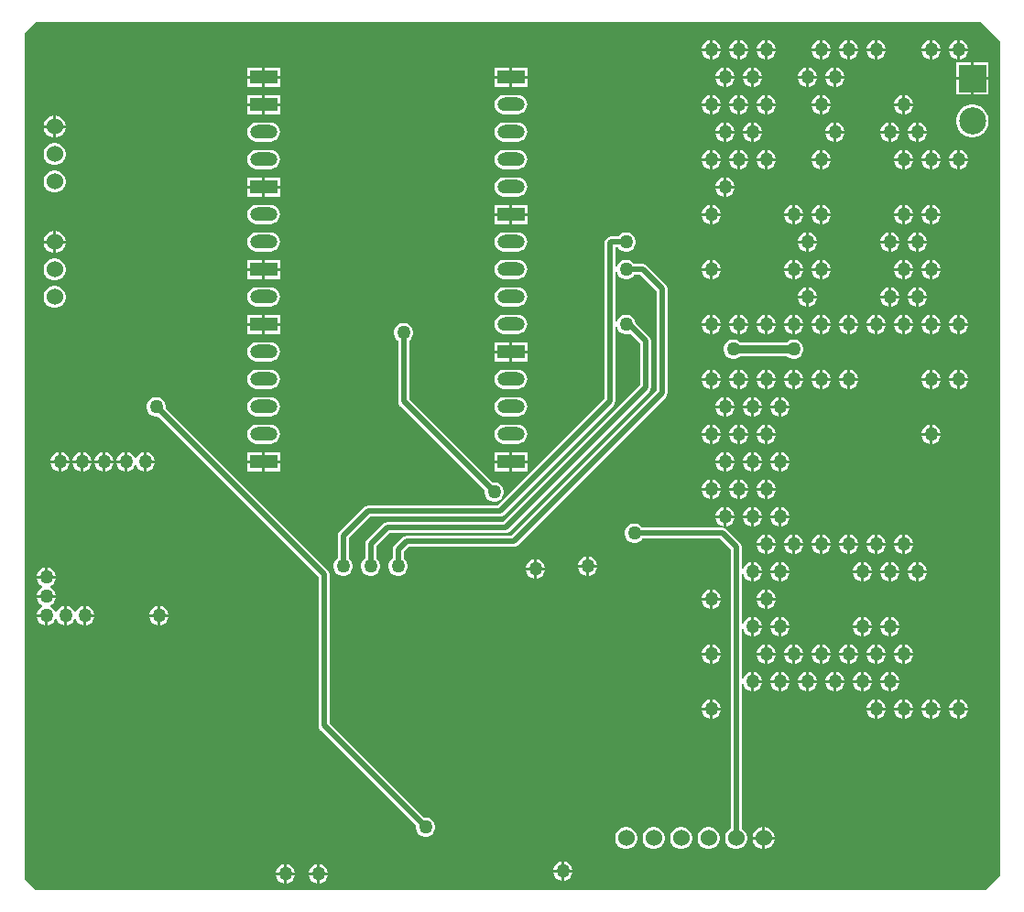
<source format=gbl>
G04*
G04 #@! TF.GenerationSoftware,Altium Limited,Altium Designer,22.1.2 (22)*
G04*
G04 Layer_Physical_Order=2*
G04 Layer_Color=16711680*
%FSLAX25Y25*%
%MOIN*%
G70*
G04*
G04 #@! TF.SameCoordinates,ACF9E84F-248F-408C-B087-6DC18E25A492*
G04*
G04*
G04 #@! TF.FilePolarity,Positive*
G04*
G01*
G75*
%ADD45C,0.02000*%
%ADD47C,0.03000*%
%ADD49C,0.06000*%
%ADD50R,0.10000X0.05000*%
%ADD51O,0.10000X0.05000*%
%ADD52C,0.09843*%
%ADD53R,0.09843X0.09843*%
%ADD54C,0.05000*%
G36*
X465000Y483000D02*
Y179420D01*
X460230Y173981D01*
X114031Y173969D01*
X110000Y178000D01*
Y486000D01*
X114000Y490000D01*
X457918Y490082D01*
X465000Y483000D01*
D02*
G37*
%LPC*%
G36*
X450500Y483490D02*
Y480500D01*
X453489D01*
X453262Y481351D01*
X452801Y482149D01*
X452149Y482801D01*
X451351Y483261D01*
X450500Y483490D01*
D02*
G37*
G36*
X449500D02*
X448649Y483261D01*
X447851Y482801D01*
X447199Y482149D01*
X446738Y481351D01*
X446511Y480500D01*
X449500D01*
Y483490D01*
D02*
G37*
G36*
X440500D02*
Y480500D01*
X443490D01*
X443261Y481351D01*
X442801Y482149D01*
X442149Y482801D01*
X441351Y483261D01*
X440500Y483490D01*
D02*
G37*
G36*
X439500D02*
X438649Y483261D01*
X437851Y482801D01*
X437199Y482149D01*
X436738Y481351D01*
X436511Y480500D01*
X439500D01*
Y483490D01*
D02*
G37*
G36*
X420500D02*
Y480500D01*
X423490D01*
X423261Y481351D01*
X422801Y482149D01*
X422149Y482801D01*
X421351Y483261D01*
X420500Y483490D01*
D02*
G37*
G36*
X419500D02*
X418649Y483261D01*
X417851Y482801D01*
X417199Y482149D01*
X416739Y481351D01*
X416510Y480500D01*
X419500D01*
Y483490D01*
D02*
G37*
G36*
X410500D02*
Y480500D01*
X413489D01*
X413262Y481351D01*
X412801Y482149D01*
X412149Y482801D01*
X411351Y483261D01*
X410500Y483490D01*
D02*
G37*
G36*
X409500D02*
X408649Y483261D01*
X407851Y482801D01*
X407199Y482149D01*
X406739Y481351D01*
X406510Y480500D01*
X409500D01*
Y483490D01*
D02*
G37*
G36*
X400500D02*
Y480500D01*
X403489D01*
X403262Y481351D01*
X402801Y482149D01*
X402149Y482801D01*
X401351Y483261D01*
X400500Y483490D01*
D02*
G37*
G36*
X399500D02*
X398649Y483261D01*
X397851Y482801D01*
X397199Y482149D01*
X396739Y481351D01*
X396511Y480500D01*
X399500D01*
Y483490D01*
D02*
G37*
G36*
X380500D02*
Y480500D01*
X383489D01*
X383261Y481351D01*
X382801Y482149D01*
X382149Y482801D01*
X381351Y483261D01*
X380500Y483490D01*
D02*
G37*
G36*
X379500D02*
X378649Y483261D01*
X377851Y482801D01*
X377199Y482149D01*
X376739Y481351D01*
X376511Y480500D01*
X379500D01*
Y483490D01*
D02*
G37*
G36*
X370500D02*
Y480500D01*
X373489D01*
X373261Y481351D01*
X372801Y482149D01*
X372149Y482801D01*
X371351Y483261D01*
X370500Y483490D01*
D02*
G37*
G36*
X369500D02*
X368649Y483261D01*
X367851Y482801D01*
X367199Y482149D01*
X366739Y481351D01*
X366511Y480500D01*
X369500D01*
Y483490D01*
D02*
G37*
G36*
X360500D02*
Y480500D01*
X363490D01*
X363262Y481351D01*
X362801Y482149D01*
X362149Y482801D01*
X361351Y483261D01*
X360500Y483490D01*
D02*
G37*
G36*
X359500D02*
X358649Y483261D01*
X357851Y482801D01*
X357199Y482149D01*
X356738Y481351D01*
X356510Y480500D01*
X359500D01*
Y483490D01*
D02*
G37*
G36*
X453489Y479500D02*
X450500D01*
Y476510D01*
X451351Y476739D01*
X452149Y477199D01*
X452801Y477851D01*
X453262Y478649D01*
X453489Y479500D01*
D02*
G37*
G36*
X449500D02*
X446511D01*
X446738Y478649D01*
X447199Y477851D01*
X447851Y477199D01*
X448649Y476739D01*
X449500Y476510D01*
Y479500D01*
D02*
G37*
G36*
X443490D02*
X440500D01*
Y476510D01*
X441351Y476739D01*
X442149Y477199D01*
X442801Y477851D01*
X443261Y478649D01*
X443490Y479500D01*
D02*
G37*
G36*
X439500D02*
X436511D01*
X436738Y478649D01*
X437199Y477851D01*
X437851Y477199D01*
X438649Y476739D01*
X439500Y476510D01*
Y479500D01*
D02*
G37*
G36*
X423490D02*
X420500D01*
Y476510D01*
X421351Y476739D01*
X422149Y477199D01*
X422801Y477851D01*
X423261Y478649D01*
X423490Y479500D01*
D02*
G37*
G36*
X419500D02*
X416510D01*
X416739Y478649D01*
X417199Y477851D01*
X417851Y477199D01*
X418649Y476739D01*
X419500Y476510D01*
Y479500D01*
D02*
G37*
G36*
X413489D02*
X410500D01*
Y476510D01*
X411351Y476739D01*
X412149Y477199D01*
X412801Y477851D01*
X413262Y478649D01*
X413489Y479500D01*
D02*
G37*
G36*
X409500D02*
X406510D01*
X406739Y478649D01*
X407199Y477851D01*
X407851Y477199D01*
X408649Y476739D01*
X409500Y476510D01*
Y479500D01*
D02*
G37*
G36*
X403489D02*
X400500D01*
Y476510D01*
X401351Y476739D01*
X402149Y477199D01*
X402801Y477851D01*
X403262Y478649D01*
X403489Y479500D01*
D02*
G37*
G36*
X399500D02*
X396511D01*
X396739Y478649D01*
X397199Y477851D01*
X397851Y477199D01*
X398649Y476739D01*
X399500Y476510D01*
Y479500D01*
D02*
G37*
G36*
X383489D02*
X380500D01*
Y476510D01*
X381351Y476739D01*
X382149Y477199D01*
X382801Y477851D01*
X383261Y478649D01*
X383489Y479500D01*
D02*
G37*
G36*
X379500D02*
X376511D01*
X376739Y478649D01*
X377199Y477851D01*
X377851Y477199D01*
X378649Y476739D01*
X379500Y476510D01*
Y479500D01*
D02*
G37*
G36*
X373489D02*
X370500D01*
Y476510D01*
X371351Y476739D01*
X372149Y477199D01*
X372801Y477851D01*
X373261Y478649D01*
X373489Y479500D01*
D02*
G37*
G36*
X369500D02*
X366511D01*
X366739Y478649D01*
X367199Y477851D01*
X367851Y477199D01*
X368649Y476739D01*
X369500Y476510D01*
Y479500D01*
D02*
G37*
G36*
X363490D02*
X360500D01*
Y476510D01*
X361351Y476739D01*
X362149Y477199D01*
X362801Y477851D01*
X363262Y478649D01*
X363490Y479500D01*
D02*
G37*
G36*
X359500D02*
X356510D01*
X356738Y478649D01*
X357199Y477851D01*
X357851Y477199D01*
X358649Y476739D01*
X359500Y476510D01*
Y479500D01*
D02*
G37*
G36*
X203000Y473500D02*
X197500D01*
Y470500D01*
X203000D01*
Y473500D01*
D02*
G37*
G36*
X293000D02*
X287500D01*
Y470500D01*
X293000D01*
Y473500D01*
D02*
G37*
G36*
X405500Y473490D02*
Y470500D01*
X408490D01*
X408261Y471351D01*
X407801Y472149D01*
X407149Y472801D01*
X406351Y473261D01*
X405500Y473490D01*
D02*
G37*
G36*
X404500D02*
X403649Y473261D01*
X402851Y472801D01*
X402199Y472149D01*
X401739Y471351D01*
X401510Y470500D01*
X404500D01*
Y473490D01*
D02*
G37*
G36*
X395500D02*
Y470500D01*
X398489D01*
X398261Y471351D01*
X397801Y472149D01*
X397149Y472801D01*
X396351Y473261D01*
X395500Y473490D01*
D02*
G37*
G36*
X394500D02*
X393649Y473261D01*
X392851Y472801D01*
X392199Y472149D01*
X391739Y471351D01*
X391511Y470500D01*
X394500D01*
Y473490D01*
D02*
G37*
G36*
X375500D02*
Y470500D01*
X378489D01*
X378261Y471351D01*
X377801Y472149D01*
X377149Y472801D01*
X376351Y473261D01*
X375500Y473490D01*
D02*
G37*
G36*
X374500D02*
X373649Y473261D01*
X372851Y472801D01*
X372199Y472149D01*
X371739Y471351D01*
X371511Y470500D01*
X374500D01*
Y473490D01*
D02*
G37*
G36*
X365500D02*
Y470500D01*
X368490D01*
X368262Y471351D01*
X367801Y472149D01*
X367149Y472801D01*
X366351Y473261D01*
X365500Y473490D01*
D02*
G37*
G36*
X364500D02*
X363649Y473261D01*
X362851Y472801D01*
X362199Y472149D01*
X361738Y471351D01*
X361510Y470500D01*
X364500D01*
Y473490D01*
D02*
G37*
G36*
X196500Y473500D02*
X191000D01*
Y470500D01*
X196500D01*
Y473500D01*
D02*
G37*
G36*
X286500D02*
X281000D01*
Y470500D01*
X286500D01*
Y473500D01*
D02*
G37*
G36*
X460921Y475472D02*
X455500D01*
Y470051D01*
X460921D01*
Y475472D01*
D02*
G37*
G36*
X454500D02*
X449079D01*
Y470051D01*
X454500D01*
Y475472D01*
D02*
G37*
G36*
X408490Y469500D02*
X405500D01*
Y466510D01*
X406351Y466739D01*
X407149Y467199D01*
X407801Y467851D01*
X408261Y468649D01*
X408490Y469500D01*
D02*
G37*
G36*
X404500D02*
X401510D01*
X401739Y468649D01*
X402199Y467851D01*
X402851Y467199D01*
X403649Y466739D01*
X404500Y466510D01*
Y469500D01*
D02*
G37*
G36*
X398489D02*
X395500D01*
Y466510D01*
X396351Y466739D01*
X397149Y467199D01*
X397801Y467851D01*
X398261Y468649D01*
X398489Y469500D01*
D02*
G37*
G36*
X394500D02*
X391511D01*
X391739Y468649D01*
X392199Y467851D01*
X392851Y467199D01*
X393649Y466739D01*
X394500Y466510D01*
Y469500D01*
D02*
G37*
G36*
X378489D02*
X375500D01*
Y466510D01*
X376351Y466739D01*
X377149Y467199D01*
X377801Y467851D01*
X378261Y468649D01*
X378489Y469500D01*
D02*
G37*
G36*
X374500D02*
X371511D01*
X371739Y468649D01*
X372199Y467851D01*
X372851Y467199D01*
X373649Y466739D01*
X374500Y466510D01*
Y469500D01*
D02*
G37*
G36*
X368490D02*
X365500D01*
Y466510D01*
X366351Y466739D01*
X367149Y467199D01*
X367801Y467851D01*
X368262Y468649D01*
X368490Y469500D01*
D02*
G37*
G36*
X364500D02*
X361510D01*
X361738Y468649D01*
X362199Y467851D01*
X362851Y467199D01*
X363649Y466739D01*
X364500Y466510D01*
Y469500D01*
D02*
G37*
G36*
X293000D02*
X287500D01*
Y466500D01*
X293000D01*
Y469500D01*
D02*
G37*
G36*
X286500D02*
X281000D01*
Y466500D01*
X286500D01*
Y469500D01*
D02*
G37*
G36*
X203000D02*
X197500D01*
Y466500D01*
X203000D01*
Y469500D01*
D02*
G37*
G36*
X196500D02*
X191000D01*
Y466500D01*
X196500D01*
Y469500D01*
D02*
G37*
G36*
X460921Y469051D02*
X455500D01*
Y463630D01*
X460921D01*
Y469051D01*
D02*
G37*
G36*
X454500D02*
X449079D01*
Y463630D01*
X454500D01*
Y469051D01*
D02*
G37*
G36*
X203000Y463500D02*
X197500D01*
Y460500D01*
X203000D01*
Y463500D01*
D02*
G37*
G36*
X430500Y463489D02*
Y460500D01*
X433490D01*
X433261Y461351D01*
X432801Y462149D01*
X432149Y462801D01*
X431351Y463262D01*
X430500Y463489D01*
D02*
G37*
G36*
X429500D02*
X428649Y463262D01*
X427851Y462801D01*
X427199Y462149D01*
X426739Y461351D01*
X426510Y460500D01*
X429500D01*
Y463489D01*
D02*
G37*
G36*
X400500D02*
Y460500D01*
X403489D01*
X403262Y461351D01*
X402801Y462149D01*
X402149Y462801D01*
X401351Y463262D01*
X400500Y463489D01*
D02*
G37*
G36*
X399500D02*
X398649Y463262D01*
X397851Y462801D01*
X397199Y462149D01*
X396739Y461351D01*
X396511Y460500D01*
X399500D01*
Y463489D01*
D02*
G37*
G36*
X380500D02*
Y460500D01*
X383489D01*
X383261Y461351D01*
X382801Y462149D01*
X382149Y462801D01*
X381351Y463262D01*
X380500Y463489D01*
D02*
G37*
G36*
X379500D02*
X378649Y463262D01*
X377851Y462801D01*
X377199Y462149D01*
X376739Y461351D01*
X376511Y460500D01*
X379500D01*
Y463489D01*
D02*
G37*
G36*
X370500D02*
Y460500D01*
X373489D01*
X373261Y461351D01*
X372801Y462149D01*
X372149Y462801D01*
X371351Y463262D01*
X370500Y463489D01*
D02*
G37*
G36*
X369500D02*
X368649Y463262D01*
X367851Y462801D01*
X367199Y462149D01*
X366739Y461351D01*
X366511Y460500D01*
X369500D01*
Y463489D01*
D02*
G37*
G36*
X360500D02*
Y460500D01*
X363490D01*
X363262Y461351D01*
X362801Y462149D01*
X362149Y462801D01*
X361351Y463262D01*
X360500Y463489D01*
D02*
G37*
G36*
X359500D02*
X358649Y463262D01*
X357851Y462801D01*
X357199Y462149D01*
X356738Y461351D01*
X356510Y460500D01*
X359500D01*
Y463489D01*
D02*
G37*
G36*
X196500Y463500D02*
X191000D01*
Y460500D01*
X196500D01*
Y463500D01*
D02*
G37*
G36*
X433490Y459500D02*
X430500D01*
Y456510D01*
X431351Y456739D01*
X432149Y457199D01*
X432801Y457851D01*
X433261Y458649D01*
X433490Y459500D01*
D02*
G37*
G36*
X429500D02*
X426510D01*
X426739Y458649D01*
X427199Y457851D01*
X427851Y457199D01*
X428649Y456739D01*
X429500Y456510D01*
Y459500D01*
D02*
G37*
G36*
X403489D02*
X400500D01*
Y456510D01*
X401351Y456739D01*
X402149Y457199D01*
X402801Y457851D01*
X403262Y458649D01*
X403489Y459500D01*
D02*
G37*
G36*
X399500D02*
X396511D01*
X396739Y458649D01*
X397199Y457851D01*
X397851Y457199D01*
X398649Y456739D01*
X399500Y456510D01*
Y459500D01*
D02*
G37*
G36*
X383489D02*
X380500D01*
Y456510D01*
X381351Y456739D01*
X382149Y457199D01*
X382801Y457851D01*
X383261Y458649D01*
X383489Y459500D01*
D02*
G37*
G36*
X379500D02*
X376511D01*
X376739Y458649D01*
X377199Y457851D01*
X377851Y457199D01*
X378649Y456739D01*
X379500Y456510D01*
Y459500D01*
D02*
G37*
G36*
X373489D02*
X370500D01*
Y456510D01*
X371351Y456739D01*
X372149Y457199D01*
X372801Y457851D01*
X373261Y458649D01*
X373489Y459500D01*
D02*
G37*
G36*
X369500D02*
X366511D01*
X366739Y458649D01*
X367199Y457851D01*
X367851Y457199D01*
X368649Y456739D01*
X369500Y456510D01*
Y459500D01*
D02*
G37*
G36*
X363490D02*
X360500D01*
Y456510D01*
X361351Y456739D01*
X362149Y457199D01*
X362801Y457851D01*
X363262Y458649D01*
X363490Y459500D01*
D02*
G37*
G36*
X359500D02*
X356510D01*
X356738Y458649D01*
X357199Y457851D01*
X357851Y457199D01*
X358649Y456739D01*
X359500Y456510D01*
Y459500D01*
D02*
G37*
G36*
X203000D02*
X197500D01*
Y456500D01*
X203000D01*
Y459500D01*
D02*
G37*
G36*
X196500D02*
X191000D01*
Y456500D01*
X196500D01*
Y459500D01*
D02*
G37*
G36*
X289500Y463530D02*
X284500D01*
X283586Y463410D01*
X282735Y463057D01*
X282004Y462496D01*
X281443Y461765D01*
X281090Y460914D01*
X280970Y460000D01*
X281090Y459086D01*
X281443Y458235D01*
X282004Y457504D01*
X282735Y456943D01*
X283586Y456590D01*
X284500Y456470D01*
X289500D01*
X290414Y456590D01*
X291265Y456943D01*
X291996Y457504D01*
X292557Y458235D01*
X292910Y459086D01*
X293030Y460000D01*
X292910Y460914D01*
X292557Y461765D01*
X291996Y462496D01*
X291265Y463057D01*
X290414Y463410D01*
X289500Y463530D01*
D02*
G37*
G36*
X121527Y456000D02*
X121500D01*
Y452500D01*
X125000D01*
Y452527D01*
X124727Y453544D01*
X124201Y454456D01*
X123456Y455201D01*
X122544Y455727D01*
X121527Y456000D01*
D02*
G37*
G36*
X120500D02*
X120473D01*
X119456Y455727D01*
X118544Y455201D01*
X117799Y454456D01*
X117273Y453544D01*
X117000Y452527D01*
Y452500D01*
X120500D01*
Y456000D01*
D02*
G37*
G36*
X435500Y453489D02*
Y450500D01*
X438489D01*
X438262Y451351D01*
X437801Y452149D01*
X437149Y452801D01*
X436351Y453262D01*
X435500Y453489D01*
D02*
G37*
G36*
X434500D02*
X433649Y453262D01*
X432851Y452801D01*
X432199Y452149D01*
X431739Y451351D01*
X431510Y450500D01*
X434500D01*
Y453489D01*
D02*
G37*
G36*
X425500D02*
Y450500D01*
X428489D01*
X428262Y451351D01*
X427801Y452149D01*
X427149Y452801D01*
X426351Y453262D01*
X425500Y453489D01*
D02*
G37*
G36*
X424500D02*
X423649Y453262D01*
X422851Y452801D01*
X422199Y452149D01*
X421738Y451351D01*
X421511Y450500D01*
X424500D01*
Y453489D01*
D02*
G37*
G36*
X405500D02*
Y450500D01*
X408490D01*
X408261Y451351D01*
X407801Y452149D01*
X407149Y452801D01*
X406351Y453262D01*
X405500Y453489D01*
D02*
G37*
G36*
X404500D02*
X403649Y453262D01*
X402851Y452801D01*
X402199Y452149D01*
X401739Y451351D01*
X401510Y450500D01*
X404500D01*
Y453489D01*
D02*
G37*
G36*
X375500D02*
Y450500D01*
X378489D01*
X378261Y451351D01*
X377801Y452149D01*
X377149Y452801D01*
X376351Y453262D01*
X375500Y453489D01*
D02*
G37*
G36*
X374500D02*
X373649Y453262D01*
X372851Y452801D01*
X372199Y452149D01*
X371739Y451351D01*
X371511Y450500D01*
X374500D01*
Y453489D01*
D02*
G37*
G36*
X365500D02*
Y450500D01*
X368490D01*
X368262Y451351D01*
X367801Y452149D01*
X367149Y452801D01*
X366351Y453262D01*
X365500Y453489D01*
D02*
G37*
G36*
X364500D02*
X363649Y453262D01*
X362851Y452801D01*
X362199Y452149D01*
X361738Y451351D01*
X361510Y450500D01*
X364500D01*
Y453489D01*
D02*
G37*
G36*
X455583Y459921D02*
X454417D01*
X453273Y459694D01*
X452195Y459247D01*
X451225Y458599D01*
X450401Y457775D01*
X449753Y456805D01*
X449306Y455727D01*
X449079Y454583D01*
Y453417D01*
X449306Y452273D01*
X449753Y451195D01*
X450401Y450225D01*
X451225Y449401D01*
X452195Y448753D01*
X453273Y448306D01*
X454417Y448079D01*
X455583D01*
X456727Y448306D01*
X457805Y448753D01*
X458775Y449401D01*
X459599Y450225D01*
X460247Y451195D01*
X460694Y452273D01*
X460921Y453417D01*
Y454583D01*
X460694Y455727D01*
X460247Y456805D01*
X459599Y457775D01*
X458775Y458599D01*
X457805Y459247D01*
X456727Y459694D01*
X455583Y459921D01*
D02*
G37*
G36*
X125000Y451500D02*
X121500D01*
Y448000D01*
X121527D01*
X122544Y448273D01*
X123456Y448799D01*
X124201Y449544D01*
X124727Y450456D01*
X125000Y451473D01*
Y451500D01*
D02*
G37*
G36*
X120500D02*
X117000D01*
Y451473D01*
X117273Y450456D01*
X117799Y449544D01*
X118544Y448799D01*
X119456Y448273D01*
X120473Y448000D01*
X120500D01*
Y451500D01*
D02*
G37*
G36*
X438489Y449500D02*
X435500D01*
Y446511D01*
X436351Y446738D01*
X437149Y447199D01*
X437801Y447851D01*
X438262Y448649D01*
X438489Y449500D01*
D02*
G37*
G36*
X434500D02*
X431510D01*
X431739Y448649D01*
X432199Y447851D01*
X432851Y447199D01*
X433649Y446738D01*
X434500Y446511D01*
Y449500D01*
D02*
G37*
G36*
X428489D02*
X425500D01*
Y446511D01*
X426351Y446738D01*
X427149Y447199D01*
X427801Y447851D01*
X428262Y448649D01*
X428489Y449500D01*
D02*
G37*
G36*
X424500D02*
X421511D01*
X421738Y448649D01*
X422199Y447851D01*
X422851Y447199D01*
X423649Y446738D01*
X424500Y446511D01*
Y449500D01*
D02*
G37*
G36*
X408490D02*
X405500D01*
Y446511D01*
X406351Y446738D01*
X407149Y447199D01*
X407801Y447851D01*
X408261Y448649D01*
X408490Y449500D01*
D02*
G37*
G36*
X404500D02*
X401510D01*
X401739Y448649D01*
X402199Y447851D01*
X402851Y447199D01*
X403649Y446738D01*
X404500Y446511D01*
Y449500D01*
D02*
G37*
G36*
X378489D02*
X375500D01*
Y446511D01*
X376351Y446738D01*
X377149Y447199D01*
X377801Y447851D01*
X378261Y448649D01*
X378489Y449500D01*
D02*
G37*
G36*
X374500D02*
X371511D01*
X371739Y448649D01*
X372199Y447851D01*
X372851Y447199D01*
X373649Y446738D01*
X374500Y446511D01*
Y449500D01*
D02*
G37*
G36*
X368490D02*
X365500D01*
Y446511D01*
X366351Y446738D01*
X367149Y447199D01*
X367801Y447851D01*
X368262Y448649D01*
X368490Y449500D01*
D02*
G37*
G36*
X364500D02*
X361510D01*
X361738Y448649D01*
X362199Y447851D01*
X362851Y447199D01*
X363649Y446738D01*
X364500Y446511D01*
Y449500D01*
D02*
G37*
G36*
X289500Y453530D02*
X284500D01*
X283586Y453410D01*
X282735Y453057D01*
X282004Y452496D01*
X281443Y451765D01*
X281090Y450914D01*
X280970Y450000D01*
X281090Y449086D01*
X281443Y448235D01*
X282004Y447504D01*
X282735Y446943D01*
X283586Y446590D01*
X284500Y446470D01*
X289500D01*
X290414Y446590D01*
X291265Y446943D01*
X291996Y447504D01*
X292557Y448235D01*
X292910Y449086D01*
X293030Y450000D01*
X292910Y450914D01*
X292557Y451765D01*
X291996Y452496D01*
X291265Y453057D01*
X290414Y453410D01*
X289500Y453530D01*
D02*
G37*
G36*
X199500D02*
X194500D01*
X193586Y453410D01*
X192735Y453057D01*
X192004Y452496D01*
X191443Y451765D01*
X191090Y450914D01*
X190970Y450000D01*
X191090Y449086D01*
X191443Y448235D01*
X192004Y447504D01*
X192735Y446943D01*
X193586Y446590D01*
X194500Y446470D01*
X199500D01*
X200414Y446590D01*
X201265Y446943D01*
X201996Y447504D01*
X202557Y448235D01*
X202910Y449086D01*
X203030Y450000D01*
X202910Y450914D01*
X202557Y451765D01*
X201996Y452496D01*
X201265Y453057D01*
X200414Y453410D01*
X199500Y453530D01*
D02*
G37*
G36*
X450500Y443490D02*
Y440500D01*
X453489D01*
X453262Y441351D01*
X452801Y442149D01*
X452149Y442801D01*
X451351Y443261D01*
X450500Y443490D01*
D02*
G37*
G36*
X449500D02*
X448649Y443261D01*
X447851Y442801D01*
X447199Y442149D01*
X446738Y441351D01*
X446511Y440500D01*
X449500D01*
Y443490D01*
D02*
G37*
G36*
X440500D02*
Y440500D01*
X443490D01*
X443261Y441351D01*
X442801Y442149D01*
X442149Y442801D01*
X441351Y443261D01*
X440500Y443490D01*
D02*
G37*
G36*
X439500D02*
X438649Y443261D01*
X437851Y442801D01*
X437199Y442149D01*
X436738Y441351D01*
X436511Y440500D01*
X439500D01*
Y443490D01*
D02*
G37*
G36*
X430500D02*
Y440500D01*
X433490D01*
X433261Y441351D01*
X432801Y442149D01*
X432149Y442801D01*
X431351Y443261D01*
X430500Y443490D01*
D02*
G37*
G36*
X429500D02*
X428649Y443261D01*
X427851Y442801D01*
X427199Y442149D01*
X426739Y441351D01*
X426510Y440500D01*
X429500D01*
Y443490D01*
D02*
G37*
G36*
X400500D02*
Y440500D01*
X403489D01*
X403262Y441351D01*
X402801Y442149D01*
X402149Y442801D01*
X401351Y443261D01*
X400500Y443490D01*
D02*
G37*
G36*
X399500D02*
X398649Y443261D01*
X397851Y442801D01*
X397199Y442149D01*
X396739Y441351D01*
X396511Y440500D01*
X399500D01*
Y443490D01*
D02*
G37*
G36*
X380500D02*
Y440500D01*
X383489D01*
X383261Y441351D01*
X382801Y442149D01*
X382149Y442801D01*
X381351Y443261D01*
X380500Y443490D01*
D02*
G37*
G36*
X379500D02*
X378649Y443261D01*
X377851Y442801D01*
X377199Y442149D01*
X376739Y441351D01*
X376511Y440500D01*
X379500D01*
Y443490D01*
D02*
G37*
G36*
X370500D02*
Y440500D01*
X373489D01*
X373261Y441351D01*
X372801Y442149D01*
X372149Y442801D01*
X371351Y443261D01*
X370500Y443490D01*
D02*
G37*
G36*
X369500D02*
X368649Y443261D01*
X367851Y442801D01*
X367199Y442149D01*
X366739Y441351D01*
X366511Y440500D01*
X369500D01*
Y443490D01*
D02*
G37*
G36*
X360500D02*
Y440500D01*
X363490D01*
X363262Y441351D01*
X362801Y442149D01*
X362149Y442801D01*
X361351Y443261D01*
X360500Y443490D01*
D02*
G37*
G36*
X359500D02*
X358649Y443261D01*
X357851Y442801D01*
X357199Y442149D01*
X356738Y441351D01*
X356510Y440500D01*
X359500D01*
Y443490D01*
D02*
G37*
G36*
X121527Y446000D02*
X120473D01*
X119456Y445727D01*
X118544Y445201D01*
X117799Y444456D01*
X117273Y443544D01*
X117000Y442527D01*
Y441473D01*
X117273Y440456D01*
X117799Y439544D01*
X118544Y438799D01*
X119456Y438273D01*
X120473Y438000D01*
X121527D01*
X122544Y438273D01*
X123456Y438799D01*
X124201Y439544D01*
X124727Y440456D01*
X125000Y441473D01*
Y442527D01*
X124727Y443544D01*
X124201Y444456D01*
X123456Y445201D01*
X122544Y445727D01*
X121527Y446000D01*
D02*
G37*
G36*
X453489Y439500D02*
X450500D01*
Y436511D01*
X451351Y436738D01*
X452149Y437199D01*
X452801Y437851D01*
X453262Y438649D01*
X453489Y439500D01*
D02*
G37*
G36*
X449500D02*
X446511D01*
X446738Y438649D01*
X447199Y437851D01*
X447851Y437199D01*
X448649Y436738D01*
X449500Y436511D01*
Y439500D01*
D02*
G37*
G36*
X443490D02*
X440500D01*
Y436511D01*
X441351Y436738D01*
X442149Y437199D01*
X442801Y437851D01*
X443261Y438649D01*
X443490Y439500D01*
D02*
G37*
G36*
X439500D02*
X436511D01*
X436738Y438649D01*
X437199Y437851D01*
X437851Y437199D01*
X438649Y436738D01*
X439500Y436511D01*
Y439500D01*
D02*
G37*
G36*
X433490D02*
X430500D01*
Y436511D01*
X431351Y436738D01*
X432149Y437199D01*
X432801Y437851D01*
X433261Y438649D01*
X433490Y439500D01*
D02*
G37*
G36*
X429500D02*
X426510D01*
X426739Y438649D01*
X427199Y437851D01*
X427851Y437199D01*
X428649Y436738D01*
X429500Y436511D01*
Y439500D01*
D02*
G37*
G36*
X403489D02*
X400500D01*
Y436511D01*
X401351Y436738D01*
X402149Y437199D01*
X402801Y437851D01*
X403262Y438649D01*
X403489Y439500D01*
D02*
G37*
G36*
X399500D02*
X396511D01*
X396739Y438649D01*
X397199Y437851D01*
X397851Y437199D01*
X398649Y436738D01*
X399500Y436511D01*
Y439500D01*
D02*
G37*
G36*
X383489D02*
X380500D01*
Y436511D01*
X381351Y436738D01*
X382149Y437199D01*
X382801Y437851D01*
X383261Y438649D01*
X383489Y439500D01*
D02*
G37*
G36*
X379500D02*
X376511D01*
X376739Y438649D01*
X377199Y437851D01*
X377851Y437199D01*
X378649Y436738D01*
X379500Y436511D01*
Y439500D01*
D02*
G37*
G36*
X373489D02*
X370500D01*
Y436511D01*
X371351Y436738D01*
X372149Y437199D01*
X372801Y437851D01*
X373261Y438649D01*
X373489Y439500D01*
D02*
G37*
G36*
X369500D02*
X366511D01*
X366739Y438649D01*
X367199Y437851D01*
X367851Y437199D01*
X368649Y436738D01*
X369500Y436511D01*
Y439500D01*
D02*
G37*
G36*
X363490D02*
X360500D01*
Y436511D01*
X361351Y436738D01*
X362149Y437199D01*
X362801Y437851D01*
X363262Y438649D01*
X363490Y439500D01*
D02*
G37*
G36*
X359500D02*
X356510D01*
X356738Y438649D01*
X357199Y437851D01*
X357851Y437199D01*
X358649Y436738D01*
X359500Y436511D01*
Y439500D01*
D02*
G37*
G36*
X289500Y443530D02*
X284500D01*
X283586Y443410D01*
X282735Y443057D01*
X282004Y442496D01*
X281443Y441765D01*
X281090Y440914D01*
X280970Y440000D01*
X281090Y439086D01*
X281443Y438235D01*
X282004Y437504D01*
X282735Y436943D01*
X283586Y436590D01*
X284500Y436470D01*
X289500D01*
X290414Y436590D01*
X291265Y436943D01*
X291996Y437504D01*
X292557Y438235D01*
X292910Y439086D01*
X293030Y440000D01*
X292910Y440914D01*
X292557Y441765D01*
X291996Y442496D01*
X291265Y443057D01*
X290414Y443410D01*
X289500Y443530D01*
D02*
G37*
G36*
X199500D02*
X194500D01*
X193586Y443410D01*
X192735Y443057D01*
X192004Y442496D01*
X191443Y441765D01*
X191090Y440914D01*
X190970Y440000D01*
X191090Y439086D01*
X191443Y438235D01*
X192004Y437504D01*
X192735Y436943D01*
X193586Y436590D01*
X194500Y436470D01*
X199500D01*
X200414Y436590D01*
X201265Y436943D01*
X201996Y437504D01*
X202557Y438235D01*
X202910Y439086D01*
X203030Y440000D01*
X202910Y440914D01*
X202557Y441765D01*
X201996Y442496D01*
X201265Y443057D01*
X200414Y443410D01*
X199500Y443530D01*
D02*
G37*
G36*
X203000Y433500D02*
X197500D01*
Y430500D01*
X203000D01*
Y433500D01*
D02*
G37*
G36*
X365500Y433490D02*
Y430500D01*
X368490D01*
X368262Y431351D01*
X367801Y432149D01*
X367149Y432801D01*
X366351Y433261D01*
X365500Y433490D01*
D02*
G37*
G36*
X364500D02*
X363649Y433261D01*
X362851Y432801D01*
X362199Y432149D01*
X361738Y431351D01*
X361510Y430500D01*
X364500D01*
Y433490D01*
D02*
G37*
G36*
X196500Y433500D02*
X191000D01*
Y430500D01*
X196500D01*
Y433500D01*
D02*
G37*
G36*
X121527Y436000D02*
X120473D01*
X119456Y435727D01*
X118544Y435201D01*
X117799Y434456D01*
X117273Y433544D01*
X117000Y432527D01*
Y431473D01*
X117273Y430456D01*
X117799Y429544D01*
X118544Y428799D01*
X119456Y428273D01*
X120473Y428000D01*
X121527D01*
X122544Y428273D01*
X123456Y428799D01*
X124201Y429544D01*
X124727Y430456D01*
X125000Y431473D01*
Y432527D01*
X124727Y433544D01*
X124201Y434456D01*
X123456Y435201D01*
X122544Y435727D01*
X121527Y436000D01*
D02*
G37*
G36*
X368490Y429500D02*
X365500D01*
Y426510D01*
X366351Y426739D01*
X367149Y427199D01*
X367801Y427851D01*
X368262Y428649D01*
X368490Y429500D01*
D02*
G37*
G36*
X364500D02*
X361510D01*
X361738Y428649D01*
X362199Y427851D01*
X362851Y427199D01*
X363649Y426739D01*
X364500Y426510D01*
Y429500D01*
D02*
G37*
G36*
X203000D02*
X197500D01*
Y426500D01*
X203000D01*
Y429500D01*
D02*
G37*
G36*
X196500D02*
X191000D01*
Y426500D01*
X196500D01*
Y429500D01*
D02*
G37*
G36*
X289500Y433530D02*
X284500D01*
X283586Y433410D01*
X282735Y433057D01*
X282004Y432496D01*
X281443Y431765D01*
X281090Y430914D01*
X280970Y430000D01*
X281090Y429086D01*
X281443Y428235D01*
X282004Y427504D01*
X282735Y426943D01*
X283586Y426590D01*
X284500Y426470D01*
X289500D01*
X290414Y426590D01*
X291265Y426943D01*
X291996Y427504D01*
X292557Y428235D01*
X292910Y429086D01*
X293030Y430000D01*
X292910Y430914D01*
X292557Y431765D01*
X291996Y432496D01*
X291265Y433057D01*
X290414Y433410D01*
X289500Y433530D01*
D02*
G37*
G36*
X293000Y423500D02*
X287500D01*
Y420500D01*
X293000D01*
Y423500D01*
D02*
G37*
G36*
X440500Y423490D02*
Y420500D01*
X443490D01*
X443261Y421351D01*
X442801Y422149D01*
X442149Y422801D01*
X441351Y423261D01*
X440500Y423490D01*
D02*
G37*
G36*
X439500D02*
X438649Y423261D01*
X437851Y422801D01*
X437199Y422149D01*
X436738Y421351D01*
X436511Y420500D01*
X439500D01*
Y423490D01*
D02*
G37*
G36*
X430500D02*
Y420500D01*
X433490D01*
X433261Y421351D01*
X432801Y422149D01*
X432149Y422801D01*
X431351Y423261D01*
X430500Y423490D01*
D02*
G37*
G36*
X429500D02*
X428649Y423261D01*
X427851Y422801D01*
X427199Y422149D01*
X426739Y421351D01*
X426510Y420500D01*
X429500D01*
Y423490D01*
D02*
G37*
G36*
X400500D02*
Y420500D01*
X403489D01*
X403262Y421351D01*
X402801Y422149D01*
X402149Y422801D01*
X401351Y423261D01*
X400500Y423490D01*
D02*
G37*
G36*
X399500D02*
X398649Y423261D01*
X397851Y422801D01*
X397199Y422149D01*
X396739Y421351D01*
X396511Y420500D01*
X399500D01*
Y423490D01*
D02*
G37*
G36*
X390500D02*
Y420500D01*
X393490D01*
X393262Y421351D01*
X392801Y422149D01*
X392149Y422801D01*
X391351Y423261D01*
X390500Y423490D01*
D02*
G37*
G36*
X389500D02*
X388649Y423261D01*
X387851Y422801D01*
X387199Y422149D01*
X386738Y421351D01*
X386510Y420500D01*
X389500D01*
Y423490D01*
D02*
G37*
G36*
X360500D02*
Y420500D01*
X363490D01*
X363262Y421351D01*
X362801Y422149D01*
X362149Y422801D01*
X361351Y423261D01*
X360500Y423490D01*
D02*
G37*
G36*
X359500D02*
X358649Y423261D01*
X357851Y422801D01*
X357199Y422149D01*
X356738Y421351D01*
X356510Y420500D01*
X359500D01*
Y423490D01*
D02*
G37*
G36*
X286500Y423500D02*
X281000D01*
Y420500D01*
X286500D01*
Y423500D01*
D02*
G37*
G36*
X443490Y419500D02*
X440500D01*
Y416510D01*
X441351Y416739D01*
X442149Y417199D01*
X442801Y417851D01*
X443261Y418649D01*
X443490Y419500D01*
D02*
G37*
G36*
X439500D02*
X436511D01*
X436738Y418649D01*
X437199Y417851D01*
X437851Y417199D01*
X438649Y416739D01*
X439500Y416510D01*
Y419500D01*
D02*
G37*
G36*
X433490D02*
X430500D01*
Y416510D01*
X431351Y416739D01*
X432149Y417199D01*
X432801Y417851D01*
X433261Y418649D01*
X433490Y419500D01*
D02*
G37*
G36*
X429500D02*
X426510D01*
X426739Y418649D01*
X427199Y417851D01*
X427851Y417199D01*
X428649Y416739D01*
X429500Y416510D01*
Y419500D01*
D02*
G37*
G36*
X403489D02*
X400500D01*
Y416510D01*
X401351Y416739D01*
X402149Y417199D01*
X402801Y417851D01*
X403262Y418649D01*
X403489Y419500D01*
D02*
G37*
G36*
X399500D02*
X396511D01*
X396739Y418649D01*
X397199Y417851D01*
X397851Y417199D01*
X398649Y416739D01*
X399500Y416510D01*
Y419500D01*
D02*
G37*
G36*
X393490D02*
X390500D01*
Y416510D01*
X391351Y416739D01*
X392149Y417199D01*
X392801Y417851D01*
X393262Y418649D01*
X393490Y419500D01*
D02*
G37*
G36*
X389500D02*
X386510D01*
X386738Y418649D01*
X387199Y417851D01*
X387851Y417199D01*
X388649Y416739D01*
X389500Y416510D01*
Y419500D01*
D02*
G37*
G36*
X363490D02*
X360500D01*
Y416510D01*
X361351Y416739D01*
X362149Y417199D01*
X362801Y417851D01*
X363262Y418649D01*
X363490Y419500D01*
D02*
G37*
G36*
X359500D02*
X356510D01*
X356738Y418649D01*
X357199Y417851D01*
X357851Y417199D01*
X358649Y416739D01*
X359500Y416510D01*
Y419500D01*
D02*
G37*
G36*
X293000D02*
X287500D01*
Y416500D01*
X293000D01*
Y419500D01*
D02*
G37*
G36*
X286500D02*
X281000D01*
Y416500D01*
X286500D01*
Y419500D01*
D02*
G37*
G36*
X199500Y423530D02*
X194500D01*
X193586Y423410D01*
X192735Y423057D01*
X192004Y422496D01*
X191443Y421765D01*
X191090Y420914D01*
X190970Y420000D01*
X191090Y419086D01*
X191443Y418235D01*
X192004Y417504D01*
X192735Y416943D01*
X193586Y416590D01*
X194500Y416470D01*
X199500D01*
X200414Y416590D01*
X201265Y416943D01*
X201996Y417504D01*
X202557Y418235D01*
X202910Y419086D01*
X203030Y420000D01*
X202910Y420914D01*
X202557Y421765D01*
X201996Y422496D01*
X201265Y423057D01*
X200414Y423410D01*
X199500Y423530D01*
D02*
G37*
G36*
X121527Y414000D02*
X121500D01*
Y410500D01*
X125000D01*
Y410527D01*
X124727Y411544D01*
X124201Y412456D01*
X123456Y413201D01*
X122544Y413727D01*
X121527Y414000D01*
D02*
G37*
G36*
X435500Y413489D02*
Y410500D01*
X438489D01*
X438262Y411351D01*
X437801Y412149D01*
X437149Y412801D01*
X436351Y413262D01*
X435500Y413489D01*
D02*
G37*
G36*
X434500D02*
X433649Y413262D01*
X432851Y412801D01*
X432199Y412149D01*
X431739Y411351D01*
X431510Y410500D01*
X434500D01*
Y413489D01*
D02*
G37*
G36*
X425500D02*
Y410500D01*
X428489D01*
X428262Y411351D01*
X427801Y412149D01*
X427149Y412801D01*
X426351Y413262D01*
X425500Y413489D01*
D02*
G37*
G36*
X424500D02*
X423649Y413262D01*
X422851Y412801D01*
X422199Y412149D01*
X421738Y411351D01*
X421511Y410500D01*
X424500D01*
Y413489D01*
D02*
G37*
G36*
X395500D02*
Y410500D01*
X398489D01*
X398261Y411351D01*
X397801Y412149D01*
X397149Y412801D01*
X396351Y413262D01*
X395500Y413489D01*
D02*
G37*
G36*
X394500D02*
X393649Y413262D01*
X392851Y412801D01*
X392199Y412149D01*
X391739Y411351D01*
X391511Y410500D01*
X394500D01*
Y413489D01*
D02*
G37*
G36*
X120500Y414000D02*
X120473D01*
X119456Y413727D01*
X118544Y413201D01*
X117799Y412456D01*
X117273Y411544D01*
X117000Y410527D01*
Y410500D01*
X120500D01*
Y414000D01*
D02*
G37*
G36*
X438489Y409500D02*
X435500D01*
Y406510D01*
X436351Y406739D01*
X437149Y407199D01*
X437801Y407851D01*
X438262Y408649D01*
X438489Y409500D01*
D02*
G37*
G36*
X434500D02*
X431510D01*
X431739Y408649D01*
X432199Y407851D01*
X432851Y407199D01*
X433649Y406739D01*
X434500Y406510D01*
Y409500D01*
D02*
G37*
G36*
X428489D02*
X425500D01*
Y406510D01*
X426351Y406739D01*
X427149Y407199D01*
X427801Y407851D01*
X428262Y408649D01*
X428489Y409500D01*
D02*
G37*
G36*
X424500D02*
X421511D01*
X421738Y408649D01*
X422199Y407851D01*
X422851Y407199D01*
X423649Y406739D01*
X424500Y406510D01*
Y409500D01*
D02*
G37*
G36*
X398489D02*
X395500D01*
Y406510D01*
X396351Y406739D01*
X397149Y407199D01*
X397801Y407851D01*
X398261Y408649D01*
X398489Y409500D01*
D02*
G37*
G36*
X394500D02*
X391511D01*
X391739Y408649D01*
X392199Y407851D01*
X392851Y407199D01*
X393649Y406739D01*
X394500Y406510D01*
Y409500D01*
D02*
G37*
G36*
X329461Y413500D02*
X328539D01*
X327649Y413262D01*
X326851Y412801D01*
X326199Y412149D01*
X326136Y412039D01*
X323586D01*
X322805Y411884D01*
X322144Y411442D01*
X321558Y410856D01*
X321116Y410195D01*
X320961Y409414D01*
Y352845D01*
X282155Y314039D01*
X235000D01*
X234220Y313884D01*
X233558Y313442D01*
X224558Y304442D01*
X224116Y303780D01*
X223961Y303000D01*
Y294864D01*
X223851Y294801D01*
X223199Y294149D01*
X222739Y293351D01*
X222500Y292461D01*
Y291539D01*
X222739Y290649D01*
X223199Y289851D01*
X223851Y289199D01*
X224649Y288738D01*
X225539Y288500D01*
X226461D01*
X227351Y288738D01*
X228149Y289199D01*
X228801Y289851D01*
X229261Y290649D01*
X229500Y291539D01*
Y292461D01*
X229261Y293351D01*
X228801Y294149D01*
X228149Y294801D01*
X228039Y294864D01*
Y302155D01*
X235845Y309961D01*
X283000D01*
X283780Y310116D01*
X284442Y310558D01*
X324442Y350558D01*
X324884Y351220D01*
X325039Y352000D01*
Y379327D01*
X325539Y379393D01*
X325739Y378649D01*
X326199Y377851D01*
X326851Y377199D01*
X327649Y376739D01*
X328539Y376500D01*
X329461D01*
X330351Y376739D01*
X330368Y376748D01*
X333961Y373155D01*
Y357845D01*
X284155Y308039D01*
X242000D01*
X241220Y307884D01*
X240558Y307442D01*
X234558Y301442D01*
X234116Y300780D01*
X233961Y300000D01*
Y294864D01*
X233851Y294801D01*
X233199Y294149D01*
X232738Y293351D01*
X232500Y292461D01*
Y291539D01*
X232738Y290649D01*
X233199Y289851D01*
X233851Y289199D01*
X234649Y288738D01*
X235539Y288500D01*
X236461D01*
X237351Y288738D01*
X238149Y289199D01*
X238801Y289851D01*
X239262Y290649D01*
X239500Y291539D01*
Y292461D01*
X239262Y293351D01*
X238801Y294149D01*
X238149Y294801D01*
X238039Y294864D01*
Y299155D01*
X242845Y303961D01*
X285000D01*
X285780Y304116D01*
X286442Y304558D01*
X337442Y355558D01*
X337884Y356220D01*
X338039Y357000D01*
Y374000D01*
X337884Y374780D01*
X337442Y375442D01*
X332500Y380384D01*
Y380461D01*
X332261Y381351D01*
X331801Y382149D01*
X331149Y382801D01*
X330351Y383261D01*
X329461Y383500D01*
X328539D01*
X327649Y383261D01*
X326851Y382801D01*
X326199Y382149D01*
X325739Y381351D01*
X325539Y380607D01*
X325039Y380673D01*
Y399327D01*
X325539Y399393D01*
X325739Y398649D01*
X326199Y397851D01*
X326851Y397199D01*
X327649Y396739D01*
X328539Y396500D01*
X329461D01*
X330351Y396739D01*
X331149Y397199D01*
X331801Y397851D01*
X331864Y397961D01*
X334155D01*
X339961Y392155D01*
Y355845D01*
X287155Y303039D01*
X249000D01*
X248220Y302884D01*
X247558Y302442D01*
X244558Y299442D01*
X244116Y298780D01*
X243961Y298000D01*
Y294864D01*
X243851Y294801D01*
X243199Y294149D01*
X242739Y293351D01*
X242500Y292461D01*
Y291539D01*
X242739Y290649D01*
X243199Y289851D01*
X243851Y289199D01*
X244649Y288738D01*
X245539Y288500D01*
X246461D01*
X247351Y288738D01*
X248149Y289199D01*
X248801Y289851D01*
X249261Y290649D01*
X249500Y291539D01*
Y292461D01*
X249261Y293351D01*
X248801Y294149D01*
X248149Y294801D01*
X248039Y294864D01*
Y297155D01*
X249845Y298961D01*
X288000D01*
X288780Y299116D01*
X289442Y299558D01*
X343442Y353558D01*
X343884Y354220D01*
X344039Y355000D01*
Y393000D01*
X343884Y393780D01*
X343442Y394442D01*
X343442Y394442D01*
X336442Y401442D01*
X335780Y401884D01*
X335000Y402039D01*
X331864D01*
X331801Y402149D01*
X331149Y402801D01*
X330351Y403262D01*
X329461Y403500D01*
X328539D01*
X327649Y403262D01*
X326851Y402801D01*
X326199Y402149D01*
X325739Y401351D01*
X325539Y400607D01*
X325039Y400673D01*
Y407961D01*
X326136D01*
X326199Y407851D01*
X326851Y407199D01*
X327649Y406739D01*
X328539Y406500D01*
X329461D01*
X330351Y406739D01*
X331149Y407199D01*
X331801Y407851D01*
X332261Y408649D01*
X332500Y409539D01*
Y410461D01*
X332261Y411351D01*
X331801Y412149D01*
X331149Y412801D01*
X330351Y413262D01*
X329461Y413500D01*
D02*
G37*
G36*
X289500Y413530D02*
X284500D01*
X283586Y413410D01*
X282735Y413057D01*
X282004Y412496D01*
X281443Y411765D01*
X281090Y410914D01*
X280970Y410000D01*
X281090Y409086D01*
X281443Y408235D01*
X282004Y407504D01*
X282735Y406943D01*
X283586Y406590D01*
X284500Y406470D01*
X289500D01*
X290414Y406590D01*
X291265Y406943D01*
X291996Y407504D01*
X292557Y408235D01*
X292910Y409086D01*
X293030Y410000D01*
X292910Y410914D01*
X292557Y411765D01*
X291996Y412496D01*
X291265Y413057D01*
X290414Y413410D01*
X289500Y413530D01*
D02*
G37*
G36*
X199500D02*
X194500D01*
X193586Y413410D01*
X192735Y413057D01*
X192004Y412496D01*
X191443Y411765D01*
X191090Y410914D01*
X190970Y410000D01*
X191090Y409086D01*
X191443Y408235D01*
X192004Y407504D01*
X192735Y406943D01*
X193586Y406590D01*
X194500Y406470D01*
X199500D01*
X200414Y406590D01*
X201265Y406943D01*
X201996Y407504D01*
X202557Y408235D01*
X202910Y409086D01*
X203030Y410000D01*
X202910Y410914D01*
X202557Y411765D01*
X201996Y412496D01*
X201265Y413057D01*
X200414Y413410D01*
X199500Y413530D01*
D02*
G37*
G36*
X125000Y409500D02*
X121500D01*
Y406000D01*
X121527D01*
X122544Y406273D01*
X123456Y406799D01*
X124201Y407544D01*
X124727Y408456D01*
X125000Y409473D01*
Y409500D01*
D02*
G37*
G36*
X120500D02*
X117000D01*
Y409473D01*
X117273Y408456D01*
X117799Y407544D01*
X118544Y406799D01*
X119456Y406273D01*
X120473Y406000D01*
X120500D01*
Y409500D01*
D02*
G37*
G36*
X203000Y403500D02*
X197500D01*
Y400500D01*
X203000D01*
Y403500D01*
D02*
G37*
G36*
X440500Y403489D02*
Y400500D01*
X443490D01*
X443261Y401351D01*
X442801Y402149D01*
X442149Y402801D01*
X441351Y403262D01*
X440500Y403489D01*
D02*
G37*
G36*
X439500D02*
X438649Y403262D01*
X437851Y402801D01*
X437199Y402149D01*
X436738Y401351D01*
X436511Y400500D01*
X439500D01*
Y403489D01*
D02*
G37*
G36*
X430500D02*
Y400500D01*
X433490D01*
X433261Y401351D01*
X432801Y402149D01*
X432149Y402801D01*
X431351Y403262D01*
X430500Y403489D01*
D02*
G37*
G36*
X429500D02*
X428649Y403262D01*
X427851Y402801D01*
X427199Y402149D01*
X426739Y401351D01*
X426510Y400500D01*
X429500D01*
Y403489D01*
D02*
G37*
G36*
X400500D02*
Y400500D01*
X403489D01*
X403262Y401351D01*
X402801Y402149D01*
X402149Y402801D01*
X401351Y403262D01*
X400500Y403489D01*
D02*
G37*
G36*
X399500D02*
X398649Y403262D01*
X397851Y402801D01*
X397199Y402149D01*
X396739Y401351D01*
X396511Y400500D01*
X399500D01*
Y403489D01*
D02*
G37*
G36*
X390500D02*
Y400500D01*
X393490D01*
X393262Y401351D01*
X392801Y402149D01*
X392149Y402801D01*
X391351Y403262D01*
X390500Y403489D01*
D02*
G37*
G36*
X389500D02*
X388649Y403262D01*
X387851Y402801D01*
X387199Y402149D01*
X386738Y401351D01*
X386510Y400500D01*
X389500D01*
Y403489D01*
D02*
G37*
G36*
X360500D02*
Y400500D01*
X363490D01*
X363262Y401351D01*
X362801Y402149D01*
X362149Y402801D01*
X361351Y403262D01*
X360500Y403489D01*
D02*
G37*
G36*
X359500D02*
X358649Y403262D01*
X357851Y402801D01*
X357199Y402149D01*
X356738Y401351D01*
X356510Y400500D01*
X359500D01*
Y403489D01*
D02*
G37*
G36*
X196500Y403500D02*
X191000D01*
Y400500D01*
X196500D01*
Y403500D01*
D02*
G37*
G36*
X443490Y399500D02*
X440500D01*
Y396511D01*
X441351Y396739D01*
X442149Y397199D01*
X442801Y397851D01*
X443261Y398649D01*
X443490Y399500D01*
D02*
G37*
G36*
X439500D02*
X436511D01*
X436738Y398649D01*
X437199Y397851D01*
X437851Y397199D01*
X438649Y396739D01*
X439500Y396511D01*
Y399500D01*
D02*
G37*
G36*
X433490D02*
X430500D01*
Y396511D01*
X431351Y396739D01*
X432149Y397199D01*
X432801Y397851D01*
X433261Y398649D01*
X433490Y399500D01*
D02*
G37*
G36*
X429500D02*
X426510D01*
X426739Y398649D01*
X427199Y397851D01*
X427851Y397199D01*
X428649Y396739D01*
X429500Y396511D01*
Y399500D01*
D02*
G37*
G36*
X403489D02*
X400500D01*
Y396511D01*
X401351Y396739D01*
X402149Y397199D01*
X402801Y397851D01*
X403262Y398649D01*
X403489Y399500D01*
D02*
G37*
G36*
X399500D02*
X396511D01*
X396739Y398649D01*
X397199Y397851D01*
X397851Y397199D01*
X398649Y396739D01*
X399500Y396511D01*
Y399500D01*
D02*
G37*
G36*
X393490D02*
X390500D01*
Y396511D01*
X391351Y396739D01*
X392149Y397199D01*
X392801Y397851D01*
X393262Y398649D01*
X393490Y399500D01*
D02*
G37*
G36*
X389500D02*
X386510D01*
X386738Y398649D01*
X387199Y397851D01*
X387851Y397199D01*
X388649Y396739D01*
X389500Y396511D01*
Y399500D01*
D02*
G37*
G36*
X363490D02*
X360500D01*
Y396511D01*
X361351Y396739D01*
X362149Y397199D01*
X362801Y397851D01*
X363262Y398649D01*
X363490Y399500D01*
D02*
G37*
G36*
X359500D02*
X356510D01*
X356738Y398649D01*
X357199Y397851D01*
X357851Y397199D01*
X358649Y396739D01*
X359500Y396511D01*
Y399500D01*
D02*
G37*
G36*
X203000D02*
X197500D01*
Y396500D01*
X203000D01*
Y399500D01*
D02*
G37*
G36*
X196500D02*
X191000D01*
Y396500D01*
X196500D01*
Y399500D01*
D02*
G37*
G36*
X289500Y403530D02*
X284500D01*
X283586Y403410D01*
X282735Y403057D01*
X282004Y402496D01*
X281443Y401765D01*
X281090Y400914D01*
X280970Y400000D01*
X281090Y399086D01*
X281443Y398235D01*
X282004Y397504D01*
X282735Y396943D01*
X283586Y396590D01*
X284500Y396470D01*
X289500D01*
X290414Y396590D01*
X291265Y396943D01*
X291996Y397504D01*
X292557Y398235D01*
X292910Y399086D01*
X293030Y400000D01*
X292910Y400914D01*
X292557Y401765D01*
X291996Y402496D01*
X291265Y403057D01*
X290414Y403410D01*
X289500Y403530D01*
D02*
G37*
G36*
X121527Y404000D02*
X120473D01*
X119456Y403727D01*
X118544Y403201D01*
X117799Y402456D01*
X117273Y401544D01*
X117000Y400527D01*
Y399473D01*
X117273Y398456D01*
X117799Y397544D01*
X118544Y396799D01*
X119456Y396273D01*
X120473Y396000D01*
X121527D01*
X122544Y396273D01*
X123456Y396799D01*
X124201Y397544D01*
X124727Y398456D01*
X125000Y399473D01*
Y400527D01*
X124727Y401544D01*
X124201Y402456D01*
X123456Y403201D01*
X122544Y403727D01*
X121527Y404000D01*
D02*
G37*
G36*
X435500Y393490D02*
Y390500D01*
X438489D01*
X438262Y391351D01*
X437801Y392149D01*
X437149Y392801D01*
X436351Y393262D01*
X435500Y393490D01*
D02*
G37*
G36*
X434500D02*
X433649Y393262D01*
X432851Y392801D01*
X432199Y392149D01*
X431739Y391351D01*
X431510Y390500D01*
X434500D01*
Y393490D01*
D02*
G37*
G36*
X425500D02*
Y390500D01*
X428489D01*
X428262Y391351D01*
X427801Y392149D01*
X427149Y392801D01*
X426351Y393262D01*
X425500Y393490D01*
D02*
G37*
G36*
X424500D02*
X423649Y393262D01*
X422851Y392801D01*
X422199Y392149D01*
X421738Y391351D01*
X421511Y390500D01*
X424500D01*
Y393490D01*
D02*
G37*
G36*
X395500D02*
Y390500D01*
X398489D01*
X398261Y391351D01*
X397801Y392149D01*
X397149Y392801D01*
X396351Y393262D01*
X395500Y393490D01*
D02*
G37*
G36*
X394500D02*
X393649Y393262D01*
X392851Y392801D01*
X392199Y392149D01*
X391739Y391351D01*
X391511Y390500D01*
X394500D01*
Y393490D01*
D02*
G37*
G36*
X438489Y389500D02*
X435500D01*
Y386510D01*
X436351Y386738D01*
X437149Y387199D01*
X437801Y387851D01*
X438262Y388649D01*
X438489Y389500D01*
D02*
G37*
G36*
X434500D02*
X431510D01*
X431739Y388649D01*
X432199Y387851D01*
X432851Y387199D01*
X433649Y386738D01*
X434500Y386510D01*
Y389500D01*
D02*
G37*
G36*
X428489D02*
X425500D01*
Y386510D01*
X426351Y386738D01*
X427149Y387199D01*
X427801Y387851D01*
X428262Y388649D01*
X428489Y389500D01*
D02*
G37*
G36*
X424500D02*
X421511D01*
X421738Y388649D01*
X422199Y387851D01*
X422851Y387199D01*
X423649Y386738D01*
X424500Y386510D01*
Y389500D01*
D02*
G37*
G36*
X398489D02*
X395500D01*
Y386510D01*
X396351Y386738D01*
X397149Y387199D01*
X397801Y387851D01*
X398261Y388649D01*
X398489Y389500D01*
D02*
G37*
G36*
X394500D02*
X391511D01*
X391739Y388649D01*
X392199Y387851D01*
X392851Y387199D01*
X393649Y386738D01*
X394500Y386510D01*
Y389500D01*
D02*
G37*
G36*
X289500Y393530D02*
X284500D01*
X283586Y393410D01*
X282735Y393057D01*
X282004Y392496D01*
X281443Y391765D01*
X281090Y390914D01*
X280970Y390000D01*
X281090Y389086D01*
X281443Y388235D01*
X282004Y387504D01*
X282735Y386943D01*
X283586Y386590D01*
X284500Y386470D01*
X289500D01*
X290414Y386590D01*
X291265Y386943D01*
X291996Y387504D01*
X292557Y388235D01*
X292910Y389086D01*
X293030Y390000D01*
X292910Y390914D01*
X292557Y391765D01*
X291996Y392496D01*
X291265Y393057D01*
X290414Y393410D01*
X289500Y393530D01*
D02*
G37*
G36*
X199500D02*
X194500D01*
X193586Y393410D01*
X192735Y393057D01*
X192004Y392496D01*
X191443Y391765D01*
X191090Y390914D01*
X190970Y390000D01*
X191090Y389086D01*
X191443Y388235D01*
X192004Y387504D01*
X192735Y386943D01*
X193586Y386590D01*
X194500Y386470D01*
X199500D01*
X200414Y386590D01*
X201265Y386943D01*
X201996Y387504D01*
X202557Y388235D01*
X202910Y389086D01*
X203030Y390000D01*
X202910Y390914D01*
X202557Y391765D01*
X201996Y392496D01*
X201265Y393057D01*
X200414Y393410D01*
X199500Y393530D01*
D02*
G37*
G36*
X121527Y394000D02*
X120473D01*
X119456Y393727D01*
X118544Y393201D01*
X117799Y392456D01*
X117273Y391544D01*
X117000Y390527D01*
Y389473D01*
X117273Y388456D01*
X117799Y387544D01*
X118544Y386799D01*
X119456Y386273D01*
X120473Y386000D01*
X121527D01*
X122544Y386273D01*
X123456Y386799D01*
X124201Y387544D01*
X124727Y388456D01*
X125000Y389473D01*
Y390527D01*
X124727Y391544D01*
X124201Y392456D01*
X123456Y393201D01*
X122544Y393727D01*
X121527Y394000D01*
D02*
G37*
G36*
X203000Y383500D02*
X197500D01*
Y380500D01*
X203000D01*
Y383500D01*
D02*
G37*
G36*
X450500Y383489D02*
Y380500D01*
X453489D01*
X453262Y381351D01*
X452801Y382149D01*
X452149Y382801D01*
X451351Y383261D01*
X450500Y383489D01*
D02*
G37*
G36*
X449500D02*
X448649Y383261D01*
X447851Y382801D01*
X447199Y382149D01*
X446738Y381351D01*
X446511Y380500D01*
X449500D01*
Y383489D01*
D02*
G37*
G36*
X440500D02*
Y380500D01*
X443490D01*
X443261Y381351D01*
X442801Y382149D01*
X442149Y382801D01*
X441351Y383261D01*
X440500Y383489D01*
D02*
G37*
G36*
X439500D02*
X438649Y383261D01*
X437851Y382801D01*
X437199Y382149D01*
X436738Y381351D01*
X436511Y380500D01*
X439500D01*
Y383489D01*
D02*
G37*
G36*
X430500D02*
Y380500D01*
X433490D01*
X433261Y381351D01*
X432801Y382149D01*
X432149Y382801D01*
X431351Y383261D01*
X430500Y383489D01*
D02*
G37*
G36*
X429500D02*
X428649Y383261D01*
X427851Y382801D01*
X427199Y382149D01*
X426739Y381351D01*
X426510Y380500D01*
X429500D01*
Y383489D01*
D02*
G37*
G36*
X420500D02*
Y380500D01*
X423490D01*
X423261Y381351D01*
X422801Y382149D01*
X422149Y382801D01*
X421351Y383261D01*
X420500Y383489D01*
D02*
G37*
G36*
X419500D02*
X418649Y383261D01*
X417851Y382801D01*
X417199Y382149D01*
X416739Y381351D01*
X416510Y380500D01*
X419500D01*
Y383489D01*
D02*
G37*
G36*
X410500D02*
Y380500D01*
X413489D01*
X413262Y381351D01*
X412801Y382149D01*
X412149Y382801D01*
X411351Y383261D01*
X410500Y383489D01*
D02*
G37*
G36*
X409500D02*
X408649Y383261D01*
X407851Y382801D01*
X407199Y382149D01*
X406739Y381351D01*
X406510Y380500D01*
X409500D01*
Y383489D01*
D02*
G37*
G36*
X400500D02*
Y380500D01*
X403489D01*
X403262Y381351D01*
X402801Y382149D01*
X402149Y382801D01*
X401351Y383261D01*
X400500Y383489D01*
D02*
G37*
G36*
X399500D02*
X398649Y383261D01*
X397851Y382801D01*
X397199Y382149D01*
X396739Y381351D01*
X396511Y380500D01*
X399500D01*
Y383489D01*
D02*
G37*
G36*
X390500D02*
Y380500D01*
X393490D01*
X393262Y381351D01*
X392801Y382149D01*
X392149Y382801D01*
X391351Y383261D01*
X390500Y383489D01*
D02*
G37*
G36*
X389500D02*
X388649Y383261D01*
X387851Y382801D01*
X387199Y382149D01*
X386738Y381351D01*
X386510Y380500D01*
X389500D01*
Y383489D01*
D02*
G37*
G36*
X380500D02*
Y380500D01*
X383489D01*
X383261Y381351D01*
X382801Y382149D01*
X382149Y382801D01*
X381351Y383261D01*
X380500Y383489D01*
D02*
G37*
G36*
X379500D02*
X378649Y383261D01*
X377851Y382801D01*
X377199Y382149D01*
X376739Y381351D01*
X376511Y380500D01*
X379500D01*
Y383489D01*
D02*
G37*
G36*
X370500D02*
Y380500D01*
X373489D01*
X373261Y381351D01*
X372801Y382149D01*
X372149Y382801D01*
X371351Y383261D01*
X370500Y383489D01*
D02*
G37*
G36*
X369500D02*
X368649Y383261D01*
X367851Y382801D01*
X367199Y382149D01*
X366739Y381351D01*
X366511Y380500D01*
X369500D01*
Y383489D01*
D02*
G37*
G36*
X360500D02*
Y380500D01*
X363490D01*
X363262Y381351D01*
X362801Y382149D01*
X362149Y382801D01*
X361351Y383261D01*
X360500Y383489D01*
D02*
G37*
G36*
X359500D02*
X358649Y383261D01*
X357851Y382801D01*
X357199Y382149D01*
X356738Y381351D01*
X356510Y380500D01*
X359500D01*
Y383489D01*
D02*
G37*
G36*
X196500Y383500D02*
X191000D01*
Y380500D01*
X196500D01*
Y383500D01*
D02*
G37*
G36*
X453489Y379500D02*
X450500D01*
Y376511D01*
X451351Y376739D01*
X452149Y377199D01*
X452801Y377851D01*
X453262Y378649D01*
X453489Y379500D01*
D02*
G37*
G36*
X449500D02*
X446511D01*
X446738Y378649D01*
X447199Y377851D01*
X447851Y377199D01*
X448649Y376739D01*
X449500Y376511D01*
Y379500D01*
D02*
G37*
G36*
X443490D02*
X440500D01*
Y376511D01*
X441351Y376739D01*
X442149Y377199D01*
X442801Y377851D01*
X443261Y378649D01*
X443490Y379500D01*
D02*
G37*
G36*
X439500D02*
X436511D01*
X436738Y378649D01*
X437199Y377851D01*
X437851Y377199D01*
X438649Y376739D01*
X439500Y376511D01*
Y379500D01*
D02*
G37*
G36*
X433490D02*
X430500D01*
Y376511D01*
X431351Y376739D01*
X432149Y377199D01*
X432801Y377851D01*
X433261Y378649D01*
X433490Y379500D01*
D02*
G37*
G36*
X429500D02*
X426510D01*
X426739Y378649D01*
X427199Y377851D01*
X427851Y377199D01*
X428649Y376739D01*
X429500Y376511D01*
Y379500D01*
D02*
G37*
G36*
X423490D02*
X420500D01*
Y376511D01*
X421351Y376739D01*
X422149Y377199D01*
X422801Y377851D01*
X423261Y378649D01*
X423490Y379500D01*
D02*
G37*
G36*
X419500D02*
X416510D01*
X416739Y378649D01*
X417199Y377851D01*
X417851Y377199D01*
X418649Y376739D01*
X419500Y376511D01*
Y379500D01*
D02*
G37*
G36*
X413489D02*
X410500D01*
Y376511D01*
X411351Y376739D01*
X412149Y377199D01*
X412801Y377851D01*
X413262Y378649D01*
X413489Y379500D01*
D02*
G37*
G36*
X409500D02*
X406510D01*
X406739Y378649D01*
X407199Y377851D01*
X407851Y377199D01*
X408649Y376739D01*
X409500Y376511D01*
Y379500D01*
D02*
G37*
G36*
X403489D02*
X400500D01*
Y376511D01*
X401351Y376739D01*
X402149Y377199D01*
X402801Y377851D01*
X403262Y378649D01*
X403489Y379500D01*
D02*
G37*
G36*
X399500D02*
X396511D01*
X396739Y378649D01*
X397199Y377851D01*
X397851Y377199D01*
X398649Y376739D01*
X399500Y376511D01*
Y379500D01*
D02*
G37*
G36*
X393490D02*
X390500D01*
Y376511D01*
X391351Y376739D01*
X392149Y377199D01*
X392801Y377851D01*
X393262Y378649D01*
X393490Y379500D01*
D02*
G37*
G36*
X389500D02*
X386510D01*
X386738Y378649D01*
X387199Y377851D01*
X387851Y377199D01*
X388649Y376739D01*
X389500Y376511D01*
Y379500D01*
D02*
G37*
G36*
X383489D02*
X380500D01*
Y376511D01*
X381351Y376739D01*
X382149Y377199D01*
X382801Y377851D01*
X383261Y378649D01*
X383489Y379500D01*
D02*
G37*
G36*
X379500D02*
X376511D01*
X376739Y378649D01*
X377199Y377851D01*
X377851Y377199D01*
X378649Y376739D01*
X379500Y376511D01*
Y379500D01*
D02*
G37*
G36*
X373489D02*
X370500D01*
Y376511D01*
X371351Y376739D01*
X372149Y377199D01*
X372801Y377851D01*
X373261Y378649D01*
X373489Y379500D01*
D02*
G37*
G36*
X369500D02*
X366511D01*
X366739Y378649D01*
X367199Y377851D01*
X367851Y377199D01*
X368649Y376739D01*
X369500Y376511D01*
Y379500D01*
D02*
G37*
G36*
X363490D02*
X360500D01*
Y376511D01*
X361351Y376739D01*
X362149Y377199D01*
X362801Y377851D01*
X363262Y378649D01*
X363490Y379500D01*
D02*
G37*
G36*
X359500D02*
X356510D01*
X356738Y378649D01*
X357199Y377851D01*
X357851Y377199D01*
X358649Y376739D01*
X359500Y376511D01*
Y379500D01*
D02*
G37*
G36*
X203000D02*
X197500D01*
Y376500D01*
X203000D01*
Y379500D01*
D02*
G37*
G36*
X196500D02*
X191000D01*
Y376500D01*
X196500D01*
Y379500D01*
D02*
G37*
G36*
X289500Y383530D02*
X284500D01*
X283586Y383410D01*
X282735Y383057D01*
X282004Y382496D01*
X281443Y381765D01*
X281090Y380914D01*
X280970Y380000D01*
X281090Y379086D01*
X281443Y378235D01*
X282004Y377504D01*
X282735Y376943D01*
X283586Y376590D01*
X284500Y376470D01*
X289500D01*
X290414Y376590D01*
X291265Y376943D01*
X291996Y377504D01*
X292557Y378235D01*
X292910Y379086D01*
X293030Y380000D01*
X292910Y380914D01*
X292557Y381765D01*
X291996Y382496D01*
X291265Y383057D01*
X290414Y383410D01*
X289500Y383530D01*
D02*
G37*
G36*
X390461Y374500D02*
X389539D01*
X388649Y374261D01*
X387851Y373801D01*
X387599Y373549D01*
X370401D01*
X370149Y373801D01*
X369351Y374261D01*
X368461Y374500D01*
X367539D01*
X366649Y374261D01*
X365851Y373801D01*
X365199Y373149D01*
X364738Y372351D01*
X364500Y371461D01*
Y370539D01*
X364738Y369649D01*
X365199Y368851D01*
X365851Y368199D01*
X366649Y367739D01*
X367539Y367500D01*
X368461D01*
X369351Y367739D01*
X370149Y368199D01*
X370401Y368451D01*
X387599D01*
X387851Y368199D01*
X388649Y367739D01*
X389539Y367500D01*
X390461D01*
X391351Y367739D01*
X392149Y368199D01*
X392801Y368851D01*
X393262Y369649D01*
X393500Y370539D01*
Y371461D01*
X393262Y372351D01*
X392801Y373149D01*
X392149Y373801D01*
X391351Y374261D01*
X390461Y374500D01*
D02*
G37*
G36*
X293000Y373500D02*
X287500D01*
Y370500D01*
X293000D01*
Y373500D01*
D02*
G37*
G36*
X286500D02*
X281000D01*
Y370500D01*
X286500D01*
Y373500D01*
D02*
G37*
G36*
X293000Y369500D02*
X287500D01*
Y366500D01*
X293000D01*
Y369500D01*
D02*
G37*
G36*
X286500D02*
X281000D01*
Y366500D01*
X286500D01*
Y369500D01*
D02*
G37*
G36*
X199500Y373530D02*
X194500D01*
X193586Y373410D01*
X192735Y373057D01*
X192004Y372496D01*
X191443Y371765D01*
X191090Y370914D01*
X190970Y370000D01*
X191090Y369086D01*
X191443Y368235D01*
X192004Y367504D01*
X192735Y366943D01*
X193586Y366590D01*
X194500Y366470D01*
X199500D01*
X200414Y366590D01*
X201265Y366943D01*
X201996Y367504D01*
X202557Y368235D01*
X202910Y369086D01*
X203030Y370000D01*
X202910Y370914D01*
X202557Y371765D01*
X201996Y372496D01*
X201265Y373057D01*
X200414Y373410D01*
X199500Y373530D01*
D02*
G37*
G36*
X450500Y363490D02*
Y360500D01*
X453489D01*
X453262Y361351D01*
X452801Y362149D01*
X452149Y362801D01*
X451351Y363262D01*
X450500Y363490D01*
D02*
G37*
G36*
X449500D02*
X448649Y363262D01*
X447851Y362801D01*
X447199Y362149D01*
X446738Y361351D01*
X446511Y360500D01*
X449500D01*
Y363490D01*
D02*
G37*
G36*
X440500D02*
Y360500D01*
X443490D01*
X443261Y361351D01*
X442801Y362149D01*
X442149Y362801D01*
X441351Y363262D01*
X440500Y363490D01*
D02*
G37*
G36*
X439500D02*
X438649Y363262D01*
X437851Y362801D01*
X437199Y362149D01*
X436738Y361351D01*
X436511Y360500D01*
X439500D01*
Y363490D01*
D02*
G37*
G36*
X410500D02*
Y360500D01*
X413489D01*
X413262Y361351D01*
X412801Y362149D01*
X412149Y362801D01*
X411351Y363262D01*
X410500Y363490D01*
D02*
G37*
G36*
X409500D02*
X408649Y363262D01*
X407851Y362801D01*
X407199Y362149D01*
X406739Y361351D01*
X406510Y360500D01*
X409500D01*
Y363490D01*
D02*
G37*
G36*
X400500D02*
Y360500D01*
X403489D01*
X403262Y361351D01*
X402801Y362149D01*
X402149Y362801D01*
X401351Y363262D01*
X400500Y363490D01*
D02*
G37*
G36*
X399500D02*
X398649Y363262D01*
X397851Y362801D01*
X397199Y362149D01*
X396739Y361351D01*
X396511Y360500D01*
X399500D01*
Y363490D01*
D02*
G37*
G36*
X390500D02*
Y360500D01*
X393490D01*
X393262Y361351D01*
X392801Y362149D01*
X392149Y362801D01*
X391351Y363262D01*
X390500Y363490D01*
D02*
G37*
G36*
X389500D02*
X388649Y363262D01*
X387851Y362801D01*
X387199Y362149D01*
X386738Y361351D01*
X386510Y360500D01*
X389500D01*
Y363490D01*
D02*
G37*
G36*
X380500D02*
Y360500D01*
X383489D01*
X383261Y361351D01*
X382801Y362149D01*
X382149Y362801D01*
X381351Y363262D01*
X380500Y363490D01*
D02*
G37*
G36*
X379500D02*
X378649Y363262D01*
X377851Y362801D01*
X377199Y362149D01*
X376739Y361351D01*
X376511Y360500D01*
X379500D01*
Y363490D01*
D02*
G37*
G36*
X370500D02*
Y360500D01*
X373489D01*
X373261Y361351D01*
X372801Y362149D01*
X372149Y362801D01*
X371351Y363262D01*
X370500Y363490D01*
D02*
G37*
G36*
X369500D02*
X368649Y363262D01*
X367851Y362801D01*
X367199Y362149D01*
X366739Y361351D01*
X366511Y360500D01*
X369500D01*
Y363490D01*
D02*
G37*
G36*
X360500D02*
Y360500D01*
X363490D01*
X363262Y361351D01*
X362801Y362149D01*
X362149Y362801D01*
X361351Y363262D01*
X360500Y363490D01*
D02*
G37*
G36*
X359500D02*
X358649Y363262D01*
X357851Y362801D01*
X357199Y362149D01*
X356738Y361351D01*
X356510Y360500D01*
X359500D01*
Y363490D01*
D02*
G37*
G36*
X453489Y359500D02*
X450500D01*
Y356510D01*
X451351Y356738D01*
X452149Y357199D01*
X452801Y357851D01*
X453262Y358649D01*
X453489Y359500D01*
D02*
G37*
G36*
X449500D02*
X446511D01*
X446738Y358649D01*
X447199Y357851D01*
X447851Y357199D01*
X448649Y356738D01*
X449500Y356510D01*
Y359500D01*
D02*
G37*
G36*
X443490D02*
X440500D01*
Y356510D01*
X441351Y356738D01*
X442149Y357199D01*
X442801Y357851D01*
X443261Y358649D01*
X443490Y359500D01*
D02*
G37*
G36*
X439500D02*
X436511D01*
X436738Y358649D01*
X437199Y357851D01*
X437851Y357199D01*
X438649Y356738D01*
X439500Y356510D01*
Y359500D01*
D02*
G37*
G36*
X413489D02*
X410500D01*
Y356510D01*
X411351Y356738D01*
X412149Y357199D01*
X412801Y357851D01*
X413262Y358649D01*
X413489Y359500D01*
D02*
G37*
G36*
X409500D02*
X406510D01*
X406739Y358649D01*
X407199Y357851D01*
X407851Y357199D01*
X408649Y356738D01*
X409500Y356510D01*
Y359500D01*
D02*
G37*
G36*
X403489D02*
X400500D01*
Y356510D01*
X401351Y356738D01*
X402149Y357199D01*
X402801Y357851D01*
X403262Y358649D01*
X403489Y359500D01*
D02*
G37*
G36*
X399500D02*
X396511D01*
X396739Y358649D01*
X397199Y357851D01*
X397851Y357199D01*
X398649Y356738D01*
X399500Y356510D01*
Y359500D01*
D02*
G37*
G36*
X393490D02*
X390500D01*
Y356510D01*
X391351Y356738D01*
X392149Y357199D01*
X392801Y357851D01*
X393262Y358649D01*
X393490Y359500D01*
D02*
G37*
G36*
X389500D02*
X386510D01*
X386738Y358649D01*
X387199Y357851D01*
X387851Y357199D01*
X388649Y356738D01*
X389500Y356510D01*
Y359500D01*
D02*
G37*
G36*
X383489D02*
X380500D01*
Y356510D01*
X381351Y356738D01*
X382149Y357199D01*
X382801Y357851D01*
X383261Y358649D01*
X383489Y359500D01*
D02*
G37*
G36*
X379500D02*
X376511D01*
X376739Y358649D01*
X377199Y357851D01*
X377851Y357199D01*
X378649Y356738D01*
X379500Y356510D01*
Y359500D01*
D02*
G37*
G36*
X373489D02*
X370500D01*
Y356510D01*
X371351Y356738D01*
X372149Y357199D01*
X372801Y357851D01*
X373261Y358649D01*
X373489Y359500D01*
D02*
G37*
G36*
X369500D02*
X366511D01*
X366739Y358649D01*
X367199Y357851D01*
X367851Y357199D01*
X368649Y356738D01*
X369500Y356510D01*
Y359500D01*
D02*
G37*
G36*
X363490D02*
X360500D01*
Y356510D01*
X361351Y356738D01*
X362149Y357199D01*
X362801Y357851D01*
X363262Y358649D01*
X363490Y359500D01*
D02*
G37*
G36*
X359500D02*
X356510D01*
X356738Y358649D01*
X357199Y357851D01*
X357851Y357199D01*
X358649Y356738D01*
X359500Y356510D01*
Y359500D01*
D02*
G37*
G36*
X289500Y363530D02*
X284500D01*
X283586Y363410D01*
X282735Y363057D01*
X282004Y362496D01*
X281443Y361765D01*
X281090Y360914D01*
X280970Y360000D01*
X281090Y359086D01*
X281443Y358235D01*
X282004Y357504D01*
X282735Y356943D01*
X283586Y356590D01*
X284500Y356470D01*
X289500D01*
X290414Y356590D01*
X291265Y356943D01*
X291996Y357504D01*
X292557Y358235D01*
X292910Y359086D01*
X293030Y360000D01*
X292910Y360914D01*
X292557Y361765D01*
X291996Y362496D01*
X291265Y363057D01*
X290414Y363410D01*
X289500Y363530D01*
D02*
G37*
G36*
X199500D02*
X194500D01*
X193586Y363410D01*
X192735Y363057D01*
X192004Y362496D01*
X191443Y361765D01*
X191090Y360914D01*
X190970Y360000D01*
X191090Y359086D01*
X191443Y358235D01*
X192004Y357504D01*
X192735Y356943D01*
X193586Y356590D01*
X194500Y356470D01*
X199500D01*
X200414Y356590D01*
X201265Y356943D01*
X201996Y357504D01*
X202557Y358235D01*
X202910Y359086D01*
X203030Y360000D01*
X202910Y360914D01*
X202557Y361765D01*
X201996Y362496D01*
X201265Y363057D01*
X200414Y363410D01*
X199500Y363530D01*
D02*
G37*
G36*
X385500Y353489D02*
Y350500D01*
X388490D01*
X388262Y351351D01*
X387801Y352149D01*
X387149Y352801D01*
X386351Y353261D01*
X385500Y353489D01*
D02*
G37*
G36*
X384500D02*
X383649Y353261D01*
X382851Y352801D01*
X382199Y352149D01*
X381738Y351351D01*
X381510Y350500D01*
X384500D01*
Y353489D01*
D02*
G37*
G36*
X375500D02*
Y350500D01*
X378489D01*
X378261Y351351D01*
X377801Y352149D01*
X377149Y352801D01*
X376351Y353261D01*
X375500Y353489D01*
D02*
G37*
G36*
X374500D02*
X373649Y353261D01*
X372851Y352801D01*
X372199Y352149D01*
X371739Y351351D01*
X371511Y350500D01*
X374500D01*
Y353489D01*
D02*
G37*
G36*
X365500D02*
Y350500D01*
X368490D01*
X368262Y351351D01*
X367801Y352149D01*
X367149Y352801D01*
X366351Y353261D01*
X365500Y353489D01*
D02*
G37*
G36*
X364500D02*
X363649Y353261D01*
X362851Y352801D01*
X362199Y352149D01*
X361738Y351351D01*
X361510Y350500D01*
X364500D01*
Y353489D01*
D02*
G37*
G36*
X388490Y349500D02*
X385500D01*
Y346511D01*
X386351Y346739D01*
X387149Y347199D01*
X387801Y347851D01*
X388262Y348649D01*
X388490Y349500D01*
D02*
G37*
G36*
X384500D02*
X381510D01*
X381738Y348649D01*
X382199Y347851D01*
X382851Y347199D01*
X383649Y346739D01*
X384500Y346511D01*
Y349500D01*
D02*
G37*
G36*
X378489D02*
X375500D01*
Y346511D01*
X376351Y346739D01*
X377149Y347199D01*
X377801Y347851D01*
X378261Y348649D01*
X378489Y349500D01*
D02*
G37*
G36*
X374500D02*
X371511D01*
X371739Y348649D01*
X372199Y347851D01*
X372851Y347199D01*
X373649Y346739D01*
X374500Y346511D01*
Y349500D01*
D02*
G37*
G36*
X368490D02*
X365500D01*
Y346511D01*
X366351Y346739D01*
X367149Y347199D01*
X367801Y347851D01*
X368262Y348649D01*
X368490Y349500D01*
D02*
G37*
G36*
X364500D02*
X361510D01*
X361738Y348649D01*
X362199Y347851D01*
X362851Y347199D01*
X363649Y346739D01*
X364500Y346511D01*
Y349500D01*
D02*
G37*
G36*
X289500Y353530D02*
X284500D01*
X283586Y353410D01*
X282735Y353057D01*
X282004Y352496D01*
X281443Y351765D01*
X281090Y350914D01*
X280970Y350000D01*
X281090Y349086D01*
X281443Y348235D01*
X282004Y347504D01*
X282735Y346943D01*
X283586Y346590D01*
X284500Y346470D01*
X289500D01*
X290414Y346590D01*
X291265Y346943D01*
X291996Y347504D01*
X292557Y348235D01*
X292910Y349086D01*
X293030Y350000D01*
X292910Y350914D01*
X292557Y351765D01*
X291996Y352496D01*
X291265Y353057D01*
X290414Y353410D01*
X289500Y353530D01*
D02*
G37*
G36*
X199500D02*
X194500D01*
X193586Y353410D01*
X192735Y353057D01*
X192004Y352496D01*
X191443Y351765D01*
X191090Y350914D01*
X190970Y350000D01*
X191090Y349086D01*
X191443Y348235D01*
X192004Y347504D01*
X192735Y346943D01*
X193586Y346590D01*
X194500Y346470D01*
X199500D01*
X200414Y346590D01*
X201265Y346943D01*
X201996Y347504D01*
X202557Y348235D01*
X202910Y349086D01*
X203030Y350000D01*
X202910Y350914D01*
X202557Y351765D01*
X201996Y352496D01*
X201265Y353057D01*
X200414Y353410D01*
X199500Y353530D01*
D02*
G37*
G36*
X440500Y343490D02*
Y340500D01*
X443490D01*
X443261Y341351D01*
X442801Y342149D01*
X442149Y342801D01*
X441351Y343262D01*
X440500Y343490D01*
D02*
G37*
G36*
X439500D02*
X438649Y343262D01*
X437851Y342801D01*
X437199Y342149D01*
X436738Y341351D01*
X436511Y340500D01*
X439500D01*
Y343490D01*
D02*
G37*
G36*
X380500D02*
Y340500D01*
X383489D01*
X383261Y341351D01*
X382801Y342149D01*
X382149Y342801D01*
X381351Y343262D01*
X380500Y343490D01*
D02*
G37*
G36*
X379500D02*
X378649Y343262D01*
X377851Y342801D01*
X377199Y342149D01*
X376739Y341351D01*
X376511Y340500D01*
X379500D01*
Y343490D01*
D02*
G37*
G36*
X370500D02*
Y340500D01*
X373489D01*
X373261Y341351D01*
X372801Y342149D01*
X372149Y342801D01*
X371351Y343262D01*
X370500Y343490D01*
D02*
G37*
G36*
X369500D02*
X368649Y343262D01*
X367851Y342801D01*
X367199Y342149D01*
X366739Y341351D01*
X366511Y340500D01*
X369500D01*
Y343490D01*
D02*
G37*
G36*
X360500D02*
Y340500D01*
X363490D01*
X363262Y341351D01*
X362801Y342149D01*
X362149Y342801D01*
X361351Y343262D01*
X360500Y343490D01*
D02*
G37*
G36*
X359500D02*
X358649Y343262D01*
X357851Y342801D01*
X357199Y342149D01*
X356738Y341351D01*
X356510Y340500D01*
X359500D01*
Y343490D01*
D02*
G37*
G36*
X443490Y339500D02*
X440500D01*
Y336510D01*
X441351Y336738D01*
X442149Y337199D01*
X442801Y337851D01*
X443261Y338649D01*
X443490Y339500D01*
D02*
G37*
G36*
X439500D02*
X436511D01*
X436738Y338649D01*
X437199Y337851D01*
X437851Y337199D01*
X438649Y336738D01*
X439500Y336510D01*
Y339500D01*
D02*
G37*
G36*
X383489D02*
X380500D01*
Y336510D01*
X381351Y336738D01*
X382149Y337199D01*
X382801Y337851D01*
X383261Y338649D01*
X383489Y339500D01*
D02*
G37*
G36*
X379500D02*
X376511D01*
X376739Y338649D01*
X377199Y337851D01*
X377851Y337199D01*
X378649Y336738D01*
X379500Y336510D01*
Y339500D01*
D02*
G37*
G36*
X373489D02*
X370500D01*
Y336510D01*
X371351Y336738D01*
X372149Y337199D01*
X372801Y337851D01*
X373261Y338649D01*
X373489Y339500D01*
D02*
G37*
G36*
X369500D02*
X366511D01*
X366739Y338649D01*
X367199Y337851D01*
X367851Y337199D01*
X368649Y336738D01*
X369500Y336510D01*
Y339500D01*
D02*
G37*
G36*
X363490D02*
X360500D01*
Y336510D01*
X361351Y336738D01*
X362149Y337199D01*
X362801Y337851D01*
X363262Y338649D01*
X363490Y339500D01*
D02*
G37*
G36*
X359500D02*
X356510D01*
X356738Y338649D01*
X357199Y337851D01*
X357851Y337199D01*
X358649Y336738D01*
X359500Y336510D01*
Y339500D01*
D02*
G37*
G36*
X289500Y343530D02*
X284500D01*
X283586Y343410D01*
X282735Y343057D01*
X282004Y342496D01*
X281443Y341765D01*
X281090Y340914D01*
X280970Y340000D01*
X281090Y339086D01*
X281443Y338235D01*
X282004Y337504D01*
X282735Y336943D01*
X283586Y336590D01*
X284500Y336470D01*
X289500D01*
X290414Y336590D01*
X291265Y336943D01*
X291996Y337504D01*
X292557Y338235D01*
X292910Y339086D01*
X293030Y340000D01*
X292910Y340914D01*
X292557Y341765D01*
X291996Y342496D01*
X291265Y343057D01*
X290414Y343410D01*
X289500Y343530D01*
D02*
G37*
G36*
X199500D02*
X194500D01*
X193586Y343410D01*
X192735Y343057D01*
X192004Y342496D01*
X191443Y341765D01*
X191090Y340914D01*
X190970Y340000D01*
X191090Y339086D01*
X191443Y338235D01*
X192004Y337504D01*
X192735Y336943D01*
X193586Y336590D01*
X194500Y336470D01*
X199500D01*
X200414Y336590D01*
X201265Y336943D01*
X201996Y337504D01*
X202557Y338235D01*
X202910Y339086D01*
X203030Y340000D01*
X202910Y340914D01*
X202557Y341765D01*
X201996Y342496D01*
X201265Y343057D01*
X200414Y343410D01*
X199500Y343530D01*
D02*
G37*
G36*
X153500Y333489D02*
X152649Y333261D01*
X151851Y332801D01*
X151199Y332149D01*
X150766Y331399D01*
X150500Y331358D01*
X150234Y331399D01*
X149801Y332149D01*
X149149Y332801D01*
X148351Y333261D01*
X147500Y333489D01*
Y330000D01*
Y326511D01*
X148351Y326739D01*
X149149Y327199D01*
X149801Y327851D01*
X150234Y328601D01*
X150500Y328642D01*
X150766Y328601D01*
X151199Y327851D01*
X151851Y327199D01*
X152649Y326739D01*
X153500Y326511D01*
Y330000D01*
Y333489D01*
D02*
G37*
G36*
X293000Y333500D02*
X287500D01*
Y330500D01*
X293000D01*
Y333500D01*
D02*
G37*
G36*
X203000D02*
X197500D01*
Y330500D01*
X203000D01*
Y333500D01*
D02*
G37*
G36*
X385500Y333489D02*
Y330500D01*
X388490D01*
X388262Y331351D01*
X387801Y332149D01*
X387149Y332801D01*
X386351Y333261D01*
X385500Y333489D01*
D02*
G37*
G36*
X384500D02*
X383649Y333261D01*
X382851Y332801D01*
X382199Y332149D01*
X381738Y331351D01*
X381510Y330500D01*
X384500D01*
Y333489D01*
D02*
G37*
G36*
X375500D02*
Y330500D01*
X378489D01*
X378261Y331351D01*
X377801Y332149D01*
X377149Y332801D01*
X376351Y333261D01*
X375500Y333489D01*
D02*
G37*
G36*
X374500D02*
X373649Y333261D01*
X372851Y332801D01*
X372199Y332149D01*
X371739Y331351D01*
X371511Y330500D01*
X374500D01*
Y333489D01*
D02*
G37*
G36*
X365500D02*
Y330500D01*
X368490D01*
X368262Y331351D01*
X367801Y332149D01*
X367149Y332801D01*
X366351Y333261D01*
X365500Y333489D01*
D02*
G37*
G36*
X364500D02*
X363649Y333261D01*
X362851Y332801D01*
X362199Y332149D01*
X361738Y331351D01*
X361510Y330500D01*
X364500D01*
Y333489D01*
D02*
G37*
G36*
X154500D02*
Y330500D01*
X157490D01*
X157262Y331351D01*
X156801Y332149D01*
X156149Y332801D01*
X155351Y333261D01*
X154500Y333489D01*
D02*
G37*
G36*
X146500D02*
X145649Y333261D01*
X144851Y332801D01*
X144199Y332149D01*
X143738Y331351D01*
X143510Y330500D01*
X146500D01*
Y333489D01*
D02*
G37*
G36*
X139500D02*
Y330500D01*
X142490D01*
X142262Y331351D01*
X141801Y332149D01*
X141149Y332801D01*
X140351Y333261D01*
X139500Y333489D01*
D02*
G37*
G36*
X138500D02*
X137649Y333261D01*
X136851Y332801D01*
X136199Y332149D01*
X135739Y331351D01*
X135511Y330500D01*
X138500D01*
Y333489D01*
D02*
G37*
G36*
X131500D02*
Y330500D01*
X134490D01*
X134262Y331351D01*
X133801Y332149D01*
X133149Y332801D01*
X132351Y333261D01*
X131500Y333489D01*
D02*
G37*
G36*
X130500D02*
X129649Y333261D01*
X128851Y332801D01*
X128199Y332149D01*
X127738Y331351D01*
X127510Y330500D01*
X130500D01*
Y333489D01*
D02*
G37*
G36*
X123500D02*
Y330500D01*
X126489D01*
X126261Y331351D01*
X125801Y332149D01*
X125149Y332801D01*
X124351Y333261D01*
X123500Y333489D01*
D02*
G37*
G36*
X122500D02*
X121649Y333261D01*
X120851Y332801D01*
X120199Y332149D01*
X119738Y331351D01*
X119510Y330500D01*
X122500D01*
Y333489D01*
D02*
G37*
G36*
X286500Y333500D02*
X281000D01*
Y330500D01*
X286500D01*
Y333500D01*
D02*
G37*
G36*
X196500D02*
X191000D01*
Y330500D01*
X196500D01*
Y333500D01*
D02*
G37*
G36*
X388490Y329500D02*
X385500D01*
Y326511D01*
X386351Y326739D01*
X387149Y327199D01*
X387801Y327851D01*
X388262Y328649D01*
X388490Y329500D01*
D02*
G37*
G36*
X384500D02*
X381510D01*
X381738Y328649D01*
X382199Y327851D01*
X382851Y327199D01*
X383649Y326739D01*
X384500Y326511D01*
Y329500D01*
D02*
G37*
G36*
X378489D02*
X375500D01*
Y326511D01*
X376351Y326739D01*
X377149Y327199D01*
X377801Y327851D01*
X378261Y328649D01*
X378489Y329500D01*
D02*
G37*
G36*
X374500D02*
X371511D01*
X371739Y328649D01*
X372199Y327851D01*
X372851Y327199D01*
X373649Y326739D01*
X374500Y326511D01*
Y329500D01*
D02*
G37*
G36*
X368490D02*
X365500D01*
Y326511D01*
X366351Y326739D01*
X367149Y327199D01*
X367801Y327851D01*
X368262Y328649D01*
X368490Y329500D01*
D02*
G37*
G36*
X364500D02*
X361510D01*
X361738Y328649D01*
X362199Y327851D01*
X362851Y327199D01*
X363649Y326739D01*
X364500Y326511D01*
Y329500D01*
D02*
G37*
G36*
X157490D02*
X154500D01*
Y326511D01*
X155351Y326739D01*
X156149Y327199D01*
X156801Y327851D01*
X157262Y328649D01*
X157490Y329500D01*
D02*
G37*
G36*
X146500D02*
X143510D01*
X143738Y328649D01*
X144199Y327851D01*
X144851Y327199D01*
X145649Y326739D01*
X146500Y326511D01*
Y329500D01*
D02*
G37*
G36*
X142490D02*
X139500D01*
Y326511D01*
X140351Y326739D01*
X141149Y327199D01*
X141801Y327851D01*
X142262Y328649D01*
X142490Y329500D01*
D02*
G37*
G36*
X138500D02*
X135511D01*
X135739Y328649D01*
X136199Y327851D01*
X136851Y327199D01*
X137649Y326739D01*
X138500Y326511D01*
Y329500D01*
D02*
G37*
G36*
X134490D02*
X131500D01*
Y326511D01*
X132351Y326739D01*
X133149Y327199D01*
X133801Y327851D01*
X134262Y328649D01*
X134490Y329500D01*
D02*
G37*
G36*
X130500D02*
X127510D01*
X127738Y328649D01*
X128199Y327851D01*
X128851Y327199D01*
X129649Y326739D01*
X130500Y326511D01*
Y329500D01*
D02*
G37*
G36*
X126489D02*
X123500D01*
Y326511D01*
X124351Y326739D01*
X125149Y327199D01*
X125801Y327851D01*
X126261Y328649D01*
X126489Y329500D01*
D02*
G37*
G36*
X122500D02*
X119510D01*
X119738Y328649D01*
X120199Y327851D01*
X120851Y327199D01*
X121649Y326739D01*
X122500Y326511D01*
Y329500D01*
D02*
G37*
G36*
X293000D02*
X287500D01*
Y326500D01*
X293000D01*
Y329500D01*
D02*
G37*
G36*
X286500D02*
X281000D01*
Y326500D01*
X286500D01*
Y329500D01*
D02*
G37*
G36*
X203000D02*
X197500D01*
Y326500D01*
X203000D01*
Y329500D01*
D02*
G37*
G36*
X196500D02*
X191000D01*
Y326500D01*
X196500D01*
Y329500D01*
D02*
G37*
G36*
X380500Y323489D02*
Y320500D01*
X383489D01*
X383261Y321351D01*
X382801Y322149D01*
X382149Y322801D01*
X381351Y323261D01*
X380500Y323489D01*
D02*
G37*
G36*
X379500D02*
X378649Y323261D01*
X377851Y322801D01*
X377199Y322149D01*
X376739Y321351D01*
X376511Y320500D01*
X379500D01*
Y323489D01*
D02*
G37*
G36*
X370500D02*
Y320500D01*
X373489D01*
X373261Y321351D01*
X372801Y322149D01*
X372149Y322801D01*
X371351Y323261D01*
X370500Y323489D01*
D02*
G37*
G36*
X369500D02*
X368649Y323261D01*
X367851Y322801D01*
X367199Y322149D01*
X366739Y321351D01*
X366511Y320500D01*
X369500D01*
Y323489D01*
D02*
G37*
G36*
X360500D02*
Y320500D01*
X363490D01*
X363262Y321351D01*
X362801Y322149D01*
X362149Y322801D01*
X361351Y323261D01*
X360500Y323489D01*
D02*
G37*
G36*
X359500D02*
X358649Y323261D01*
X357851Y322801D01*
X357199Y322149D01*
X356738Y321351D01*
X356510Y320500D01*
X359500D01*
Y323489D01*
D02*
G37*
G36*
X383489Y319500D02*
X380500D01*
Y316511D01*
X381351Y316739D01*
X382149Y317199D01*
X382801Y317851D01*
X383261Y318649D01*
X383489Y319500D01*
D02*
G37*
G36*
X379500D02*
X376511D01*
X376739Y318649D01*
X377199Y317851D01*
X377851Y317199D01*
X378649Y316739D01*
X379500Y316511D01*
Y319500D01*
D02*
G37*
G36*
X373489D02*
X370500D01*
Y316511D01*
X371351Y316739D01*
X372149Y317199D01*
X372801Y317851D01*
X373261Y318649D01*
X373489Y319500D01*
D02*
G37*
G36*
X369500D02*
X366511D01*
X366739Y318649D01*
X367199Y317851D01*
X367851Y317199D01*
X368649Y316739D01*
X369500Y316511D01*
Y319500D01*
D02*
G37*
G36*
X363490D02*
X360500D01*
Y316511D01*
X361351Y316739D01*
X362149Y317199D01*
X362801Y317851D01*
X363262Y318649D01*
X363490Y319500D01*
D02*
G37*
G36*
X359500D02*
X356510D01*
X356738Y318649D01*
X357199Y317851D01*
X357851Y317199D01*
X358649Y316739D01*
X359500Y316511D01*
Y319500D01*
D02*
G37*
G36*
X248461Y380500D02*
X247539D01*
X246649Y380261D01*
X245851Y379801D01*
X245199Y379149D01*
X244739Y378351D01*
X244500Y377461D01*
Y376539D01*
X244739Y375649D01*
X245199Y374851D01*
X245851Y374199D01*
X245961Y374136D01*
Y352000D01*
X246116Y351220D01*
X246558Y350558D01*
X277533Y319583D01*
X277500Y319461D01*
Y318539D01*
X277738Y317649D01*
X278199Y316851D01*
X278851Y316199D01*
X279649Y315739D01*
X280539Y315500D01*
X281461D01*
X282351Y315739D01*
X283149Y316199D01*
X283801Y316851D01*
X284261Y317649D01*
X284500Y318539D01*
Y319461D01*
X284261Y320351D01*
X283801Y321149D01*
X283149Y321801D01*
X282351Y322262D01*
X281461Y322500D01*
X280539D01*
X280417Y322467D01*
X250039Y352845D01*
Y374136D01*
X250149Y374199D01*
X250801Y374851D01*
X251261Y375649D01*
X251500Y376539D01*
Y377461D01*
X251261Y378351D01*
X250801Y379149D01*
X250149Y379801D01*
X249351Y380261D01*
X248461Y380500D01*
D02*
G37*
G36*
X385500Y313490D02*
Y310500D01*
X388490D01*
X388262Y311351D01*
X387801Y312149D01*
X387149Y312801D01*
X386351Y313262D01*
X385500Y313490D01*
D02*
G37*
G36*
X384500D02*
X383649Y313262D01*
X382851Y312801D01*
X382199Y312149D01*
X381738Y311351D01*
X381510Y310500D01*
X384500D01*
Y313490D01*
D02*
G37*
G36*
X375500D02*
Y310500D01*
X378489D01*
X378261Y311351D01*
X377801Y312149D01*
X377149Y312801D01*
X376351Y313262D01*
X375500Y313490D01*
D02*
G37*
G36*
X374500D02*
X373649Y313262D01*
X372851Y312801D01*
X372199Y312149D01*
X371739Y311351D01*
X371511Y310500D01*
X374500D01*
Y313490D01*
D02*
G37*
G36*
X365500D02*
Y310500D01*
X368490D01*
X368262Y311351D01*
X367801Y312149D01*
X367149Y312801D01*
X366351Y313262D01*
X365500Y313490D01*
D02*
G37*
G36*
X364500D02*
X363649Y313262D01*
X362851Y312801D01*
X362199Y312149D01*
X361738Y311351D01*
X361510Y310500D01*
X364500D01*
Y313490D01*
D02*
G37*
G36*
X388490Y309500D02*
X385500D01*
Y306510D01*
X386351Y306738D01*
X387149Y307199D01*
X387801Y307851D01*
X388262Y308649D01*
X388490Y309500D01*
D02*
G37*
G36*
X384500D02*
X381510D01*
X381738Y308649D01*
X382199Y307851D01*
X382851Y307199D01*
X383649Y306738D01*
X384500Y306510D01*
Y309500D01*
D02*
G37*
G36*
X378489D02*
X375500D01*
Y306510D01*
X376351Y306738D01*
X377149Y307199D01*
X377801Y307851D01*
X378261Y308649D01*
X378489Y309500D01*
D02*
G37*
G36*
X374500D02*
X371511D01*
X371739Y308649D01*
X372199Y307851D01*
X372851Y307199D01*
X373649Y306738D01*
X374500Y306510D01*
Y309500D01*
D02*
G37*
G36*
X368490D02*
X365500D01*
Y306510D01*
X366351Y306738D01*
X367149Y307199D01*
X367801Y307851D01*
X368262Y308649D01*
X368490Y309500D01*
D02*
G37*
G36*
X364500D02*
X361510D01*
X361738Y308649D01*
X362199Y307851D01*
X362851Y307199D01*
X363649Y306738D01*
X364500Y306510D01*
Y309500D01*
D02*
G37*
G36*
X430500Y303489D02*
Y300500D01*
X433490D01*
X433261Y301351D01*
X432801Y302149D01*
X432149Y302801D01*
X431351Y303261D01*
X430500Y303489D01*
D02*
G37*
G36*
X429500D02*
X428649Y303261D01*
X427851Y302801D01*
X427199Y302149D01*
X426739Y301351D01*
X426510Y300500D01*
X429500D01*
Y303489D01*
D02*
G37*
G36*
X420500D02*
Y300500D01*
X423490D01*
X423261Y301351D01*
X422801Y302149D01*
X422149Y302801D01*
X421351Y303261D01*
X420500Y303489D01*
D02*
G37*
G36*
X419500D02*
X418649Y303261D01*
X417851Y302801D01*
X417199Y302149D01*
X416739Y301351D01*
X416510Y300500D01*
X419500D01*
Y303489D01*
D02*
G37*
G36*
X410500D02*
Y300500D01*
X413489D01*
X413262Y301351D01*
X412801Y302149D01*
X412149Y302801D01*
X411351Y303261D01*
X410500Y303489D01*
D02*
G37*
G36*
X409500D02*
X408649Y303261D01*
X407851Y302801D01*
X407199Y302149D01*
X406739Y301351D01*
X406510Y300500D01*
X409500D01*
Y303489D01*
D02*
G37*
G36*
X400500D02*
Y300500D01*
X403489D01*
X403262Y301351D01*
X402801Y302149D01*
X402149Y302801D01*
X401351Y303261D01*
X400500Y303489D01*
D02*
G37*
G36*
X399500D02*
X398649Y303261D01*
X397851Y302801D01*
X397199Y302149D01*
X396739Y301351D01*
X396511Y300500D01*
X399500D01*
Y303489D01*
D02*
G37*
G36*
X390500D02*
Y300500D01*
X393490D01*
X393262Y301351D01*
X392801Y302149D01*
X392149Y302801D01*
X391351Y303261D01*
X390500Y303489D01*
D02*
G37*
G36*
X389500D02*
X388649Y303261D01*
X387851Y302801D01*
X387199Y302149D01*
X386738Y301351D01*
X386510Y300500D01*
X389500D01*
Y303489D01*
D02*
G37*
G36*
X380500D02*
Y300500D01*
X383489D01*
X383261Y301351D01*
X382801Y302149D01*
X382149Y302801D01*
X381351Y303261D01*
X380500Y303489D01*
D02*
G37*
G36*
X379500D02*
X378649Y303261D01*
X377851Y302801D01*
X377199Y302149D01*
X376739Y301351D01*
X376511Y300500D01*
X379500D01*
Y303489D01*
D02*
G37*
G36*
X433490Y299500D02*
X430500D01*
Y296511D01*
X431351Y296739D01*
X432149Y297199D01*
X432801Y297851D01*
X433261Y298649D01*
X433490Y299500D01*
D02*
G37*
G36*
X429500D02*
X426510D01*
X426739Y298649D01*
X427199Y297851D01*
X427851Y297199D01*
X428649Y296739D01*
X429500Y296511D01*
Y299500D01*
D02*
G37*
G36*
X423490D02*
X420500D01*
Y296511D01*
X421351Y296739D01*
X422149Y297199D01*
X422801Y297851D01*
X423261Y298649D01*
X423490Y299500D01*
D02*
G37*
G36*
X419500D02*
X416510D01*
X416739Y298649D01*
X417199Y297851D01*
X417851Y297199D01*
X418649Y296739D01*
X419500Y296511D01*
Y299500D01*
D02*
G37*
G36*
X413489D02*
X410500D01*
Y296511D01*
X411351Y296739D01*
X412149Y297199D01*
X412801Y297851D01*
X413262Y298649D01*
X413489Y299500D01*
D02*
G37*
G36*
X409500D02*
X406510D01*
X406739Y298649D01*
X407199Y297851D01*
X407851Y297199D01*
X408649Y296739D01*
X409500Y296511D01*
Y299500D01*
D02*
G37*
G36*
X403489D02*
X400500D01*
Y296511D01*
X401351Y296739D01*
X402149Y297199D01*
X402801Y297851D01*
X403262Y298649D01*
X403489Y299500D01*
D02*
G37*
G36*
X399500D02*
X396511D01*
X396739Y298649D01*
X397199Y297851D01*
X397851Y297199D01*
X398649Y296739D01*
X399500Y296511D01*
Y299500D01*
D02*
G37*
G36*
X393490D02*
X390500D01*
Y296511D01*
X391351Y296739D01*
X392149Y297199D01*
X392801Y297851D01*
X393262Y298649D01*
X393490Y299500D01*
D02*
G37*
G36*
X389500D02*
X386510D01*
X386738Y298649D01*
X387199Y297851D01*
X387851Y297199D01*
X388649Y296739D01*
X389500Y296511D01*
Y299500D01*
D02*
G37*
G36*
X383489D02*
X380500D01*
Y296511D01*
X381351Y296739D01*
X382149Y297199D01*
X382801Y297851D01*
X383261Y298649D01*
X383489Y299500D01*
D02*
G37*
G36*
X379500D02*
X376511D01*
X376739Y298649D01*
X377199Y297851D01*
X377851Y297199D01*
X378649Y296739D01*
X379500Y296511D01*
Y299500D01*
D02*
G37*
G36*
X315500Y295490D02*
Y292500D01*
X318490D01*
X318262Y293351D01*
X317801Y294149D01*
X317149Y294801D01*
X316351Y295262D01*
X315500Y295490D01*
D02*
G37*
G36*
X314500D02*
X313649Y295262D01*
X312851Y294801D01*
X312199Y294149D01*
X311738Y293351D01*
X311510Y292500D01*
X314500D01*
Y295490D01*
D02*
G37*
G36*
X296500Y294490D02*
Y291500D01*
X299489D01*
X299261Y292351D01*
X298801Y293149D01*
X298149Y293801D01*
X297351Y294262D01*
X296500Y294490D01*
D02*
G37*
G36*
X295500D02*
X294649Y294262D01*
X293851Y293801D01*
X293199Y293149D01*
X292739Y292351D01*
X292511Y291500D01*
X295500D01*
Y294490D01*
D02*
G37*
G36*
X435500Y293490D02*
Y290500D01*
X438489D01*
X438262Y291351D01*
X437801Y292149D01*
X437149Y292801D01*
X436351Y293262D01*
X435500Y293490D01*
D02*
G37*
G36*
X434500D02*
X433649Y293262D01*
X432851Y292801D01*
X432199Y292149D01*
X431739Y291351D01*
X431510Y290500D01*
X434500D01*
Y293490D01*
D02*
G37*
G36*
X425500D02*
Y290500D01*
X428489D01*
X428262Y291351D01*
X427801Y292149D01*
X427149Y292801D01*
X426351Y293262D01*
X425500Y293490D01*
D02*
G37*
G36*
X424500D02*
X423649Y293262D01*
X422851Y292801D01*
X422199Y292149D01*
X421738Y291351D01*
X421511Y290500D01*
X424500D01*
Y293490D01*
D02*
G37*
G36*
X415500D02*
Y290500D01*
X418490D01*
X418261Y291351D01*
X417801Y292149D01*
X417149Y292801D01*
X416351Y293262D01*
X415500Y293490D01*
D02*
G37*
G36*
X414500D02*
X413649Y293262D01*
X412851Y292801D01*
X412199Y292149D01*
X411738Y291351D01*
X411511Y290500D01*
X414500D01*
Y293490D01*
D02*
G37*
G36*
X385500D02*
Y290500D01*
X388490D01*
X388262Y291351D01*
X387801Y292149D01*
X387149Y292801D01*
X386351Y293262D01*
X385500Y293490D01*
D02*
G37*
G36*
X384500D02*
X383649Y293262D01*
X382851Y292801D01*
X382199Y292149D01*
X381738Y291351D01*
X381510Y290500D01*
X384500D01*
Y293490D01*
D02*
G37*
G36*
X375500D02*
Y290500D01*
X378489D01*
X378261Y291351D01*
X377801Y292149D01*
X377149Y292801D01*
X376351Y293262D01*
X375500Y293490D01*
D02*
G37*
G36*
X318490Y291500D02*
X315500D01*
Y288510D01*
X316351Y288738D01*
X317149Y289199D01*
X317801Y289851D01*
X318262Y290649D01*
X318490Y291500D01*
D02*
G37*
G36*
X314500D02*
X311510D01*
X311738Y290649D01*
X312199Y289851D01*
X312851Y289199D01*
X313649Y288738D01*
X314500Y288510D01*
Y291500D01*
D02*
G37*
G36*
X118500Y291490D02*
Y288500D01*
X121490D01*
X121262Y289351D01*
X120801Y290149D01*
X120149Y290801D01*
X119351Y291262D01*
X118500Y291490D01*
D02*
G37*
G36*
X117500D02*
X116649Y291262D01*
X115851Y290801D01*
X115199Y290149D01*
X114739Y289351D01*
X114511Y288500D01*
X117500D01*
Y291490D01*
D02*
G37*
G36*
X299489Y290500D02*
X296500D01*
Y287510D01*
X297351Y287738D01*
X298149Y288199D01*
X298801Y288851D01*
X299261Y289649D01*
X299489Y290500D01*
D02*
G37*
G36*
X295500D02*
X292511D01*
X292739Y289649D01*
X293199Y288851D01*
X293851Y288199D01*
X294649Y287738D01*
X295500Y287510D01*
Y290500D01*
D02*
G37*
G36*
X438489Y289500D02*
X435500D01*
Y286510D01*
X436351Y286738D01*
X437149Y287199D01*
X437801Y287851D01*
X438262Y288649D01*
X438489Y289500D01*
D02*
G37*
G36*
X434500D02*
X431510D01*
X431739Y288649D01*
X432199Y287851D01*
X432851Y287199D01*
X433649Y286738D01*
X434500Y286510D01*
Y289500D01*
D02*
G37*
G36*
X428489D02*
X425500D01*
Y286510D01*
X426351Y286738D01*
X427149Y287199D01*
X427801Y287851D01*
X428262Y288649D01*
X428489Y289500D01*
D02*
G37*
G36*
X424500D02*
X421511D01*
X421738Y288649D01*
X422199Y287851D01*
X422851Y287199D01*
X423649Y286738D01*
X424500Y286510D01*
Y289500D01*
D02*
G37*
G36*
X418490D02*
X415500D01*
Y286510D01*
X416351Y286738D01*
X417149Y287199D01*
X417801Y287851D01*
X418261Y288649D01*
X418490Y289500D01*
D02*
G37*
G36*
X414500D02*
X411511D01*
X411738Y288649D01*
X412199Y287851D01*
X412851Y287199D01*
X413649Y286738D01*
X414500Y286510D01*
Y289500D01*
D02*
G37*
G36*
X388490D02*
X385500D01*
Y286510D01*
X386351Y286738D01*
X387149Y287199D01*
X387801Y287851D01*
X388262Y288649D01*
X388490Y289500D01*
D02*
G37*
G36*
X384500D02*
X381510D01*
X381738Y288649D01*
X382199Y287851D01*
X382851Y287199D01*
X383649Y286738D01*
X384500Y286510D01*
Y289500D01*
D02*
G37*
G36*
X378489D02*
X375500D01*
Y286510D01*
X376351Y286738D01*
X377149Y287199D01*
X377801Y287851D01*
X378261Y288649D01*
X378489Y289500D01*
D02*
G37*
G36*
X332461Y307500D02*
X331539D01*
X330649Y307261D01*
X329851Y306801D01*
X329199Y306149D01*
X328738Y305351D01*
X328500Y304461D01*
Y303539D01*
X328738Y302649D01*
X329199Y301851D01*
X329851Y301199D01*
X330649Y300739D01*
X331539Y300500D01*
X332461D01*
X333351Y300739D01*
X334149Y301199D01*
X334801Y301851D01*
X334864Y301961D01*
X363155D01*
X366961Y298155D01*
Y196441D01*
X366544Y196201D01*
X365799Y195456D01*
X365273Y194544D01*
X365000Y193527D01*
Y192473D01*
X365273Y191456D01*
X365799Y190544D01*
X366544Y189799D01*
X367456Y189273D01*
X368473Y189000D01*
X369527D01*
X370544Y189273D01*
X371456Y189799D01*
X372201Y190544D01*
X372727Y191456D01*
X373000Y192473D01*
Y193527D01*
X372727Y194544D01*
X372201Y195456D01*
X371456Y196201D01*
X371039Y196441D01*
Y249327D01*
X371539Y249393D01*
X371739Y248649D01*
X372199Y247851D01*
X372851Y247199D01*
X373649Y246739D01*
X374500Y246511D01*
Y250000D01*
Y253489D01*
X373649Y253261D01*
X372851Y252801D01*
X372199Y252149D01*
X371739Y251351D01*
X371539Y250607D01*
X371039Y250673D01*
Y269327D01*
X371539Y269393D01*
X371739Y268649D01*
X372199Y267851D01*
X372851Y267199D01*
X373649Y266739D01*
X374500Y266511D01*
Y270000D01*
Y273489D01*
X373649Y273261D01*
X372851Y272801D01*
X372199Y272149D01*
X371739Y271351D01*
X371539Y270607D01*
X371039Y270673D01*
Y289327D01*
X371539Y289393D01*
X371739Y288649D01*
X372199Y287851D01*
X372851Y287199D01*
X373649Y286738D01*
X374500Y286510D01*
Y290000D01*
Y293490D01*
X373649Y293262D01*
X372851Y292801D01*
X372199Y292149D01*
X371739Y291351D01*
X371539Y290607D01*
X371039Y290673D01*
Y299000D01*
X370884Y299780D01*
X370442Y300442D01*
X365442Y305442D01*
X364780Y305884D01*
X364000Y306039D01*
X334864D01*
X334801Y306149D01*
X334149Y306801D01*
X333351Y307261D01*
X332461Y307500D01*
D02*
G37*
G36*
X121490Y287500D02*
X114511D01*
X114739Y286649D01*
X115199Y285851D01*
X115851Y285199D01*
X116601Y284766D01*
X116642Y284500D01*
X116601Y284234D01*
X115851Y283801D01*
X115199Y283149D01*
X114739Y282351D01*
X114511Y281500D01*
X121490D01*
X121262Y282351D01*
X120801Y283149D01*
X120149Y283801D01*
X119399Y284234D01*
X119358Y284500D01*
X119399Y284766D01*
X120149Y285199D01*
X120801Y285851D01*
X121262Y286649D01*
X121490Y287500D01*
D02*
G37*
G36*
X380500Y283489D02*
Y280500D01*
X383489D01*
X383261Y281351D01*
X382801Y282149D01*
X382149Y282801D01*
X381351Y283261D01*
X380500Y283489D01*
D02*
G37*
G36*
X379500D02*
X378649Y283261D01*
X377851Y282801D01*
X377199Y282149D01*
X376739Y281351D01*
X376511Y280500D01*
X379500D01*
Y283489D01*
D02*
G37*
G36*
X360500D02*
Y280500D01*
X363490D01*
X363262Y281351D01*
X362801Y282149D01*
X362149Y282801D01*
X361351Y283261D01*
X360500Y283489D01*
D02*
G37*
G36*
X359500D02*
X358649Y283261D01*
X357851Y282801D01*
X357199Y282149D01*
X356738Y281351D01*
X356510Y280500D01*
X359500D01*
Y283489D01*
D02*
G37*
G36*
X383489Y279500D02*
X380500D01*
Y276511D01*
X381351Y276739D01*
X382149Y277199D01*
X382801Y277851D01*
X383261Y278649D01*
X383489Y279500D01*
D02*
G37*
G36*
X379500D02*
X376511D01*
X376739Y278649D01*
X377199Y277851D01*
X377851Y277199D01*
X378649Y276739D01*
X379500Y276511D01*
Y279500D01*
D02*
G37*
G36*
X363490D02*
X360500D01*
Y276511D01*
X361351Y276739D01*
X362149Y277199D01*
X362801Y277851D01*
X363262Y278649D01*
X363490Y279500D01*
D02*
G37*
G36*
X359500D02*
X356510D01*
X356738Y278649D01*
X357199Y277851D01*
X357851Y277199D01*
X358649Y276739D01*
X359500Y276511D01*
Y279500D01*
D02*
G37*
G36*
X131500Y277489D02*
X130649Y277261D01*
X129851Y276801D01*
X129199Y276149D01*
X128766Y275399D01*
X128500Y275358D01*
X128234Y275399D01*
X127801Y276149D01*
X127149Y276801D01*
X126351Y277261D01*
X125500Y277489D01*
Y274000D01*
Y270511D01*
X126351Y270739D01*
X127149Y271199D01*
X127801Y271851D01*
X128234Y272601D01*
X128500Y272642D01*
X128766Y272601D01*
X129199Y271851D01*
X129851Y271199D01*
X130649Y270739D01*
X131500Y270511D01*
Y274000D01*
Y277489D01*
D02*
G37*
G36*
X159500D02*
Y274500D01*
X162489D01*
X162261Y275351D01*
X161801Y276149D01*
X161149Y276801D01*
X160351Y277261D01*
X159500Y277489D01*
D02*
G37*
G36*
X158500D02*
X157649Y277261D01*
X156851Y276801D01*
X156199Y276149D01*
X155738Y275351D01*
X155510Y274500D01*
X158500D01*
Y277489D01*
D02*
G37*
G36*
X132500D02*
Y274500D01*
X135489D01*
X135261Y275351D01*
X134801Y276149D01*
X134149Y276801D01*
X133351Y277261D01*
X132500Y277489D01*
D02*
G37*
G36*
X162489Y273500D02*
X159500D01*
Y270511D01*
X160351Y270739D01*
X161149Y271199D01*
X161801Y271851D01*
X162261Y272649D01*
X162489Y273500D01*
D02*
G37*
G36*
X158500D02*
X155510D01*
X155738Y272649D01*
X156199Y271851D01*
X156851Y271199D01*
X157649Y270739D01*
X158500Y270511D01*
Y273500D01*
D02*
G37*
G36*
X135489D02*
X132500D01*
Y270511D01*
X133351Y270739D01*
X134149Y271199D01*
X134801Y271851D01*
X135261Y272649D01*
X135489Y273500D01*
D02*
G37*
G36*
X121490Y280500D02*
X114511D01*
X114739Y279649D01*
X115199Y278851D01*
X115851Y278199D01*
X116601Y277766D01*
X116642Y277500D01*
X116601Y277234D01*
X115851Y276801D01*
X115199Y276149D01*
X114739Y275351D01*
X114511Y274500D01*
X118000D01*
Y274000D01*
X118500D01*
Y270511D01*
X119351Y270739D01*
X120149Y271199D01*
X120801Y271851D01*
X121234Y272601D01*
X121500Y272642D01*
X121766Y272601D01*
X122199Y271851D01*
X122851Y271199D01*
X123649Y270739D01*
X124500Y270511D01*
Y274000D01*
Y277489D01*
X123649Y277261D01*
X122851Y276801D01*
X122199Y276149D01*
X121766Y275399D01*
X121500Y275358D01*
X121234Y275399D01*
X120801Y276149D01*
X120149Y276801D01*
X119399Y277234D01*
X119358Y277500D01*
X119399Y277766D01*
X120149Y278199D01*
X120801Y278851D01*
X121262Y279649D01*
X121490Y280500D01*
D02*
G37*
G36*
X117500Y273500D02*
X114511D01*
X114739Y272649D01*
X115199Y271851D01*
X115851Y271199D01*
X116649Y270739D01*
X117500Y270511D01*
Y273500D01*
D02*
G37*
G36*
X425500Y273489D02*
Y270500D01*
X428489D01*
X428262Y271351D01*
X427801Y272149D01*
X427149Y272801D01*
X426351Y273261D01*
X425500Y273489D01*
D02*
G37*
G36*
X424500D02*
X423649Y273261D01*
X422851Y272801D01*
X422199Y272149D01*
X421738Y271351D01*
X421511Y270500D01*
X424500D01*
Y273489D01*
D02*
G37*
G36*
X415500D02*
Y270500D01*
X418490D01*
X418261Y271351D01*
X417801Y272149D01*
X417149Y272801D01*
X416351Y273261D01*
X415500Y273489D01*
D02*
G37*
G36*
X414500D02*
X413649Y273261D01*
X412851Y272801D01*
X412199Y272149D01*
X411738Y271351D01*
X411511Y270500D01*
X414500D01*
Y273489D01*
D02*
G37*
G36*
X385500D02*
Y270500D01*
X388490D01*
X388262Y271351D01*
X387801Y272149D01*
X387149Y272801D01*
X386351Y273261D01*
X385500Y273489D01*
D02*
G37*
G36*
X384500D02*
X383649Y273261D01*
X382851Y272801D01*
X382199Y272149D01*
X381738Y271351D01*
X381510Y270500D01*
X384500D01*
Y273489D01*
D02*
G37*
G36*
X375500D02*
Y270500D01*
X378489D01*
X378261Y271351D01*
X377801Y272149D01*
X377149Y272801D01*
X376351Y273261D01*
X375500Y273489D01*
D02*
G37*
G36*
X428489Y269500D02*
X425500D01*
Y266511D01*
X426351Y266739D01*
X427149Y267199D01*
X427801Y267851D01*
X428262Y268649D01*
X428489Y269500D01*
D02*
G37*
G36*
X424500D02*
X421511D01*
X421738Y268649D01*
X422199Y267851D01*
X422851Y267199D01*
X423649Y266739D01*
X424500Y266511D01*
Y269500D01*
D02*
G37*
G36*
X418490D02*
X415500D01*
Y266511D01*
X416351Y266739D01*
X417149Y267199D01*
X417801Y267851D01*
X418261Y268649D01*
X418490Y269500D01*
D02*
G37*
G36*
X414500D02*
X411511D01*
X411738Y268649D01*
X412199Y267851D01*
X412851Y267199D01*
X413649Y266739D01*
X414500Y266511D01*
Y269500D01*
D02*
G37*
G36*
X388490D02*
X385500D01*
Y266511D01*
X386351Y266739D01*
X387149Y267199D01*
X387801Y267851D01*
X388262Y268649D01*
X388490Y269500D01*
D02*
G37*
G36*
X384500D02*
X381510D01*
X381738Y268649D01*
X382199Y267851D01*
X382851Y267199D01*
X383649Y266739D01*
X384500Y266511D01*
Y269500D01*
D02*
G37*
G36*
X378489D02*
X375500D01*
Y266511D01*
X376351Y266739D01*
X377149Y267199D01*
X377801Y267851D01*
X378261Y268649D01*
X378489Y269500D01*
D02*
G37*
G36*
X430500Y263490D02*
Y260500D01*
X433490D01*
X433261Y261351D01*
X432801Y262149D01*
X432149Y262801D01*
X431351Y263262D01*
X430500Y263490D01*
D02*
G37*
G36*
X429500D02*
X428649Y263262D01*
X427851Y262801D01*
X427199Y262149D01*
X426739Y261351D01*
X426510Y260500D01*
X429500D01*
Y263490D01*
D02*
G37*
G36*
X420500D02*
Y260500D01*
X423490D01*
X423261Y261351D01*
X422801Y262149D01*
X422149Y262801D01*
X421351Y263262D01*
X420500Y263490D01*
D02*
G37*
G36*
X419500D02*
X418649Y263262D01*
X417851Y262801D01*
X417199Y262149D01*
X416739Y261351D01*
X416510Y260500D01*
X419500D01*
Y263490D01*
D02*
G37*
G36*
X410500D02*
Y260500D01*
X413489D01*
X413262Y261351D01*
X412801Y262149D01*
X412149Y262801D01*
X411351Y263262D01*
X410500Y263490D01*
D02*
G37*
G36*
X409500D02*
X408649Y263262D01*
X407851Y262801D01*
X407199Y262149D01*
X406739Y261351D01*
X406510Y260500D01*
X409500D01*
Y263490D01*
D02*
G37*
G36*
X400500D02*
Y260500D01*
X403489D01*
X403262Y261351D01*
X402801Y262149D01*
X402149Y262801D01*
X401351Y263262D01*
X400500Y263490D01*
D02*
G37*
G36*
X399500D02*
X398649Y263262D01*
X397851Y262801D01*
X397199Y262149D01*
X396739Y261351D01*
X396511Y260500D01*
X399500D01*
Y263490D01*
D02*
G37*
G36*
X390500D02*
Y260500D01*
X393490D01*
X393262Y261351D01*
X392801Y262149D01*
X392149Y262801D01*
X391351Y263262D01*
X390500Y263490D01*
D02*
G37*
G36*
X389500D02*
X388649Y263262D01*
X387851Y262801D01*
X387199Y262149D01*
X386738Y261351D01*
X386510Y260500D01*
X389500D01*
Y263490D01*
D02*
G37*
G36*
X380500D02*
Y260500D01*
X383489D01*
X383261Y261351D01*
X382801Y262149D01*
X382149Y262801D01*
X381351Y263262D01*
X380500Y263490D01*
D02*
G37*
G36*
X379500D02*
X378649Y263262D01*
X377851Y262801D01*
X377199Y262149D01*
X376739Y261351D01*
X376511Y260500D01*
X379500D01*
Y263490D01*
D02*
G37*
G36*
X360500D02*
Y260500D01*
X363490D01*
X363262Y261351D01*
X362801Y262149D01*
X362149Y262801D01*
X361351Y263262D01*
X360500Y263490D01*
D02*
G37*
G36*
X359500D02*
X358649Y263262D01*
X357851Y262801D01*
X357199Y262149D01*
X356738Y261351D01*
X356510Y260500D01*
X359500D01*
Y263490D01*
D02*
G37*
G36*
X433490Y259500D02*
X430500D01*
Y256510D01*
X431351Y256738D01*
X432149Y257199D01*
X432801Y257851D01*
X433261Y258649D01*
X433490Y259500D01*
D02*
G37*
G36*
X429500D02*
X426510D01*
X426739Y258649D01*
X427199Y257851D01*
X427851Y257199D01*
X428649Y256738D01*
X429500Y256510D01*
Y259500D01*
D02*
G37*
G36*
X423490D02*
X420500D01*
Y256510D01*
X421351Y256738D01*
X422149Y257199D01*
X422801Y257851D01*
X423261Y258649D01*
X423490Y259500D01*
D02*
G37*
G36*
X419500D02*
X416510D01*
X416739Y258649D01*
X417199Y257851D01*
X417851Y257199D01*
X418649Y256738D01*
X419500Y256510D01*
Y259500D01*
D02*
G37*
G36*
X413489D02*
X410500D01*
Y256510D01*
X411351Y256738D01*
X412149Y257199D01*
X412801Y257851D01*
X413262Y258649D01*
X413489Y259500D01*
D02*
G37*
G36*
X409500D02*
X406510D01*
X406739Y258649D01*
X407199Y257851D01*
X407851Y257199D01*
X408649Y256738D01*
X409500Y256510D01*
Y259500D01*
D02*
G37*
G36*
X403489D02*
X400500D01*
Y256510D01*
X401351Y256738D01*
X402149Y257199D01*
X402801Y257851D01*
X403262Y258649D01*
X403489Y259500D01*
D02*
G37*
G36*
X399500D02*
X396511D01*
X396739Y258649D01*
X397199Y257851D01*
X397851Y257199D01*
X398649Y256738D01*
X399500Y256510D01*
Y259500D01*
D02*
G37*
G36*
X393490D02*
X390500D01*
Y256510D01*
X391351Y256738D01*
X392149Y257199D01*
X392801Y257851D01*
X393262Y258649D01*
X393490Y259500D01*
D02*
G37*
G36*
X389500D02*
X386510D01*
X386738Y258649D01*
X387199Y257851D01*
X387851Y257199D01*
X388649Y256738D01*
X389500Y256510D01*
Y259500D01*
D02*
G37*
G36*
X383489D02*
X380500D01*
Y256510D01*
X381351Y256738D01*
X382149Y257199D01*
X382801Y257851D01*
X383261Y258649D01*
X383489Y259500D01*
D02*
G37*
G36*
X379500D02*
X376511D01*
X376739Y258649D01*
X377199Y257851D01*
X377851Y257199D01*
X378649Y256738D01*
X379500Y256510D01*
Y259500D01*
D02*
G37*
G36*
X363490D02*
X360500D01*
Y256510D01*
X361351Y256738D01*
X362149Y257199D01*
X362801Y257851D01*
X363262Y258649D01*
X363490Y259500D01*
D02*
G37*
G36*
X359500D02*
X356510D01*
X356738Y258649D01*
X357199Y257851D01*
X357851Y257199D01*
X358649Y256738D01*
X359500Y256510D01*
Y259500D01*
D02*
G37*
G36*
X425500Y253489D02*
Y250500D01*
X428489D01*
X428262Y251351D01*
X427801Y252149D01*
X427149Y252801D01*
X426351Y253261D01*
X425500Y253489D01*
D02*
G37*
G36*
X424500D02*
X423649Y253261D01*
X422851Y252801D01*
X422199Y252149D01*
X421738Y251351D01*
X421511Y250500D01*
X424500D01*
Y253489D01*
D02*
G37*
G36*
X415500D02*
Y250500D01*
X418490D01*
X418261Y251351D01*
X417801Y252149D01*
X417149Y252801D01*
X416351Y253261D01*
X415500Y253489D01*
D02*
G37*
G36*
X414500D02*
X413649Y253261D01*
X412851Y252801D01*
X412199Y252149D01*
X411738Y251351D01*
X411511Y250500D01*
X414500D01*
Y253489D01*
D02*
G37*
G36*
X405500D02*
Y250500D01*
X408490D01*
X408261Y251351D01*
X407801Y252149D01*
X407149Y252801D01*
X406351Y253261D01*
X405500Y253489D01*
D02*
G37*
G36*
X404500D02*
X403649Y253261D01*
X402851Y252801D01*
X402199Y252149D01*
X401739Y251351D01*
X401510Y250500D01*
X404500D01*
Y253489D01*
D02*
G37*
G36*
X395500D02*
Y250500D01*
X398489D01*
X398261Y251351D01*
X397801Y252149D01*
X397149Y252801D01*
X396351Y253261D01*
X395500Y253489D01*
D02*
G37*
G36*
X394500D02*
X393649Y253261D01*
X392851Y252801D01*
X392199Y252149D01*
X391739Y251351D01*
X391511Y250500D01*
X394500D01*
Y253489D01*
D02*
G37*
G36*
X385500D02*
Y250500D01*
X388490D01*
X388262Y251351D01*
X387801Y252149D01*
X387149Y252801D01*
X386351Y253261D01*
X385500Y253489D01*
D02*
G37*
G36*
X384500D02*
X383649Y253261D01*
X382851Y252801D01*
X382199Y252149D01*
X381738Y251351D01*
X381510Y250500D01*
X384500D01*
Y253489D01*
D02*
G37*
G36*
X375500D02*
Y250500D01*
X378489D01*
X378261Y251351D01*
X377801Y252149D01*
X377149Y252801D01*
X376351Y253261D01*
X375500Y253489D01*
D02*
G37*
G36*
X428489Y249500D02*
X425500D01*
Y246511D01*
X426351Y246739D01*
X427149Y247199D01*
X427801Y247851D01*
X428262Y248649D01*
X428489Y249500D01*
D02*
G37*
G36*
X424500D02*
X421511D01*
X421738Y248649D01*
X422199Y247851D01*
X422851Y247199D01*
X423649Y246739D01*
X424500Y246511D01*
Y249500D01*
D02*
G37*
G36*
X418490D02*
X415500D01*
Y246511D01*
X416351Y246739D01*
X417149Y247199D01*
X417801Y247851D01*
X418261Y248649D01*
X418490Y249500D01*
D02*
G37*
G36*
X414500D02*
X411511D01*
X411738Y248649D01*
X412199Y247851D01*
X412851Y247199D01*
X413649Y246739D01*
X414500Y246511D01*
Y249500D01*
D02*
G37*
G36*
X408490D02*
X405500D01*
Y246511D01*
X406351Y246739D01*
X407149Y247199D01*
X407801Y247851D01*
X408261Y248649D01*
X408490Y249500D01*
D02*
G37*
G36*
X404500D02*
X401510D01*
X401739Y248649D01*
X402199Y247851D01*
X402851Y247199D01*
X403649Y246739D01*
X404500Y246511D01*
Y249500D01*
D02*
G37*
G36*
X398489D02*
X395500D01*
Y246511D01*
X396351Y246739D01*
X397149Y247199D01*
X397801Y247851D01*
X398261Y248649D01*
X398489Y249500D01*
D02*
G37*
G36*
X394500D02*
X391511D01*
X391739Y248649D01*
X392199Y247851D01*
X392851Y247199D01*
X393649Y246739D01*
X394500Y246511D01*
Y249500D01*
D02*
G37*
G36*
X388490D02*
X385500D01*
Y246511D01*
X386351Y246739D01*
X387149Y247199D01*
X387801Y247851D01*
X388262Y248649D01*
X388490Y249500D01*
D02*
G37*
G36*
X384500D02*
X381510D01*
X381738Y248649D01*
X382199Y247851D01*
X382851Y247199D01*
X383649Y246739D01*
X384500Y246511D01*
Y249500D01*
D02*
G37*
G36*
X378489D02*
X375500D01*
Y246511D01*
X376351Y246739D01*
X377149Y247199D01*
X377801Y247851D01*
X378261Y248649D01*
X378489Y249500D01*
D02*
G37*
G36*
X450500Y243490D02*
Y240500D01*
X453489D01*
X453262Y241351D01*
X452801Y242149D01*
X452149Y242801D01*
X451351Y243262D01*
X450500Y243490D01*
D02*
G37*
G36*
X449500D02*
X448649Y243262D01*
X447851Y242801D01*
X447199Y242149D01*
X446738Y241351D01*
X446511Y240500D01*
X449500D01*
Y243490D01*
D02*
G37*
G36*
X440500D02*
Y240500D01*
X443490D01*
X443261Y241351D01*
X442801Y242149D01*
X442149Y242801D01*
X441351Y243262D01*
X440500Y243490D01*
D02*
G37*
G36*
X439500D02*
X438649Y243262D01*
X437851Y242801D01*
X437199Y242149D01*
X436738Y241351D01*
X436511Y240500D01*
X439500D01*
Y243490D01*
D02*
G37*
G36*
X430500D02*
Y240500D01*
X433490D01*
X433261Y241351D01*
X432801Y242149D01*
X432149Y242801D01*
X431351Y243262D01*
X430500Y243490D01*
D02*
G37*
G36*
X429500D02*
X428649Y243262D01*
X427851Y242801D01*
X427199Y242149D01*
X426739Y241351D01*
X426510Y240500D01*
X429500D01*
Y243490D01*
D02*
G37*
G36*
X420500D02*
Y240500D01*
X423490D01*
X423261Y241351D01*
X422801Y242149D01*
X422149Y242801D01*
X421351Y243262D01*
X420500Y243490D01*
D02*
G37*
G36*
X419500D02*
X418649Y243262D01*
X417851Y242801D01*
X417199Y242149D01*
X416739Y241351D01*
X416510Y240500D01*
X419500D01*
Y243490D01*
D02*
G37*
G36*
X360500D02*
Y240500D01*
X363490D01*
X363262Y241351D01*
X362801Y242149D01*
X362149Y242801D01*
X361351Y243262D01*
X360500Y243490D01*
D02*
G37*
G36*
X359500D02*
X358649Y243262D01*
X357851Y242801D01*
X357199Y242149D01*
X356738Y241351D01*
X356510Y240500D01*
X359500D01*
Y243490D01*
D02*
G37*
G36*
X453489Y239500D02*
X450500D01*
Y236510D01*
X451351Y236738D01*
X452149Y237199D01*
X452801Y237851D01*
X453262Y238649D01*
X453489Y239500D01*
D02*
G37*
G36*
X449500D02*
X446511D01*
X446738Y238649D01*
X447199Y237851D01*
X447851Y237199D01*
X448649Y236738D01*
X449500Y236510D01*
Y239500D01*
D02*
G37*
G36*
X443490D02*
X440500D01*
Y236510D01*
X441351Y236738D01*
X442149Y237199D01*
X442801Y237851D01*
X443261Y238649D01*
X443490Y239500D01*
D02*
G37*
G36*
X439500D02*
X436511D01*
X436738Y238649D01*
X437199Y237851D01*
X437851Y237199D01*
X438649Y236738D01*
X439500Y236510D01*
Y239500D01*
D02*
G37*
G36*
X433490D02*
X430500D01*
Y236510D01*
X431351Y236738D01*
X432149Y237199D01*
X432801Y237851D01*
X433261Y238649D01*
X433490Y239500D01*
D02*
G37*
G36*
X429500D02*
X426510D01*
X426739Y238649D01*
X427199Y237851D01*
X427851Y237199D01*
X428649Y236738D01*
X429500Y236510D01*
Y239500D01*
D02*
G37*
G36*
X423490D02*
X420500D01*
Y236510D01*
X421351Y236738D01*
X422149Y237199D01*
X422801Y237851D01*
X423261Y238649D01*
X423490Y239500D01*
D02*
G37*
G36*
X419500D02*
X416510D01*
X416739Y238649D01*
X417199Y237851D01*
X417851Y237199D01*
X418649Y236738D01*
X419500Y236510D01*
Y239500D01*
D02*
G37*
G36*
X363490D02*
X360500D01*
Y236510D01*
X361351Y236738D01*
X362149Y237199D01*
X362801Y237851D01*
X363262Y238649D01*
X363490Y239500D01*
D02*
G37*
G36*
X359500D02*
X356510D01*
X356738Y238649D01*
X357199Y237851D01*
X357851Y237199D01*
X358649Y236738D01*
X359500Y236510D01*
Y239500D01*
D02*
G37*
G36*
X379527Y197000D02*
X379500D01*
Y193500D01*
X383000D01*
Y193527D01*
X382727Y194544D01*
X382201Y195456D01*
X381456Y196201D01*
X380544Y196727D01*
X379527Y197000D01*
D02*
G37*
G36*
X158461Y353500D02*
X157539D01*
X156649Y353261D01*
X155851Y352801D01*
X155199Y352149D01*
X154738Y351351D01*
X154500Y350461D01*
Y349539D01*
X154738Y348649D01*
X155199Y347851D01*
X155851Y347199D01*
X156649Y346739D01*
X157539Y346500D01*
X158461D01*
X158583Y346533D01*
X216961Y288155D01*
Y234000D01*
X217116Y233220D01*
X217558Y232558D01*
X252533Y197583D01*
X252500Y197461D01*
Y196539D01*
X252738Y195649D01*
X253199Y194851D01*
X253851Y194199D01*
X254649Y193738D01*
X255539Y193500D01*
X256461D01*
X257351Y193738D01*
X258149Y194199D01*
X258801Y194851D01*
X259261Y195649D01*
X259500Y196539D01*
Y197461D01*
X259261Y198351D01*
X258801Y199149D01*
X258149Y199801D01*
X257351Y200261D01*
X256461Y200500D01*
X255539D01*
X255417Y200467D01*
X221039Y234845D01*
Y289000D01*
X220884Y289780D01*
X220442Y290442D01*
X161467Y349417D01*
X161500Y349539D01*
Y350461D01*
X161261Y351351D01*
X160801Y352149D01*
X160149Y352801D01*
X159351Y353261D01*
X158461Y353500D01*
D02*
G37*
G36*
X378500Y197000D02*
X378473D01*
X377456Y196727D01*
X376544Y196201D01*
X375799Y195456D01*
X375273Y194544D01*
X375000Y193527D01*
Y193500D01*
X378500D01*
Y197000D01*
D02*
G37*
G36*
X383000Y192500D02*
X379500D01*
Y189000D01*
X379527D01*
X380544Y189273D01*
X381456Y189799D01*
X382201Y190544D01*
X382727Y191456D01*
X383000Y192473D01*
Y192500D01*
D02*
G37*
G36*
X378500D02*
X375000D01*
Y192473D01*
X375273Y191456D01*
X375799Y190544D01*
X376544Y189799D01*
X377456Y189273D01*
X378473Y189000D01*
X378500D01*
Y192500D01*
D02*
G37*
G36*
X359527Y197000D02*
X358473D01*
X357456Y196727D01*
X356544Y196201D01*
X355799Y195456D01*
X355273Y194544D01*
X355000Y193527D01*
Y192473D01*
X355273Y191456D01*
X355799Y190544D01*
X356544Y189799D01*
X357456Y189273D01*
X358473Y189000D01*
X359527D01*
X360544Y189273D01*
X361456Y189799D01*
X362201Y190544D01*
X362727Y191456D01*
X363000Y192473D01*
Y193527D01*
X362727Y194544D01*
X362201Y195456D01*
X361456Y196201D01*
X360544Y196727D01*
X359527Y197000D01*
D02*
G37*
G36*
X349527D02*
X348473D01*
X347456Y196727D01*
X346544Y196201D01*
X345799Y195456D01*
X345273Y194544D01*
X345000Y193527D01*
Y192473D01*
X345273Y191456D01*
X345799Y190544D01*
X346544Y189799D01*
X347456Y189273D01*
X348473Y189000D01*
X349527D01*
X350544Y189273D01*
X351456Y189799D01*
X352201Y190544D01*
X352727Y191456D01*
X353000Y192473D01*
Y193527D01*
X352727Y194544D01*
X352201Y195456D01*
X351456Y196201D01*
X350544Y196727D01*
X349527Y197000D01*
D02*
G37*
G36*
X339527D02*
X338473D01*
X337456Y196727D01*
X336544Y196201D01*
X335799Y195456D01*
X335273Y194544D01*
X335000Y193527D01*
Y192473D01*
X335273Y191456D01*
X335799Y190544D01*
X336544Y189799D01*
X337456Y189273D01*
X338473Y189000D01*
X339527D01*
X340544Y189273D01*
X341456Y189799D01*
X342201Y190544D01*
X342727Y191456D01*
X343000Y192473D01*
Y193527D01*
X342727Y194544D01*
X342201Y195456D01*
X341456Y196201D01*
X340544Y196727D01*
X339527Y197000D01*
D02*
G37*
G36*
X329527D02*
X328473D01*
X327456Y196727D01*
X326544Y196201D01*
X325799Y195456D01*
X325273Y194544D01*
X325000Y193527D01*
Y192473D01*
X325273Y191456D01*
X325799Y190544D01*
X326544Y189799D01*
X327456Y189273D01*
X328473Y189000D01*
X329527D01*
X330544Y189273D01*
X331456Y189799D01*
X332201Y190544D01*
X332727Y191456D01*
X333000Y192473D01*
Y193527D01*
X332727Y194544D01*
X332201Y195456D01*
X331456Y196201D01*
X330544Y196727D01*
X329527Y197000D01*
D02*
G37*
G36*
X306500Y184490D02*
Y181500D01*
X309489D01*
X309261Y182351D01*
X308801Y183149D01*
X308149Y183801D01*
X307351Y184262D01*
X306500Y184490D01*
D02*
G37*
G36*
X305500D02*
X304649Y184262D01*
X303851Y183801D01*
X303199Y183149D01*
X302738Y182351D01*
X302510Y181500D01*
X305500D01*
Y184490D01*
D02*
G37*
G36*
X217500Y183490D02*
Y180500D01*
X220490D01*
X220262Y181351D01*
X219801Y182149D01*
X219149Y182801D01*
X218351Y183262D01*
X217500Y183490D01*
D02*
G37*
G36*
X216500D02*
X215649Y183262D01*
X214851Y182801D01*
X214199Y182149D01*
X213738Y181351D01*
X213510Y180500D01*
X216500D01*
Y183490D01*
D02*
G37*
G36*
X205500D02*
Y180500D01*
X208489D01*
X208261Y181351D01*
X207801Y182149D01*
X207149Y182801D01*
X206351Y183262D01*
X205500Y183490D01*
D02*
G37*
G36*
X204500D02*
X203649Y183262D01*
X202851Y182801D01*
X202199Y182149D01*
X201739Y181351D01*
X201511Y180500D01*
X204500D01*
Y183490D01*
D02*
G37*
G36*
X309489Y180500D02*
X306500D01*
Y177510D01*
X307351Y177738D01*
X308149Y178199D01*
X308801Y178851D01*
X309261Y179649D01*
X309489Y180500D01*
D02*
G37*
G36*
X305500D02*
X302510D01*
X302738Y179649D01*
X303199Y178851D01*
X303851Y178199D01*
X304649Y177738D01*
X305500Y177510D01*
Y180500D01*
D02*
G37*
G36*
X220490Y179500D02*
X217500D01*
Y176511D01*
X218351Y176739D01*
X219149Y177199D01*
X219801Y177851D01*
X220262Y178649D01*
X220490Y179500D01*
D02*
G37*
G36*
X216500D02*
X213510D01*
X213738Y178649D01*
X214199Y177851D01*
X214851Y177199D01*
X215649Y176739D01*
X216500Y176511D01*
Y179500D01*
D02*
G37*
G36*
X208489D02*
X205500D01*
Y176511D01*
X206351Y176739D01*
X207149Y177199D01*
X207801Y177851D01*
X208261Y178649D01*
X208489Y179500D01*
D02*
G37*
G36*
X204500D02*
X201511D01*
X201739Y178649D01*
X202199Y177851D01*
X202851Y177199D01*
X203649Y176739D01*
X204500Y176511D01*
Y179500D01*
D02*
G37*
%LPD*%
D45*
X219000Y234000D02*
X256000Y197000D01*
X249000Y301000D02*
X288000D01*
X246000Y292000D02*
Y298000D01*
X249000Y301000D01*
X369000Y193000D02*
Y299000D01*
X364000Y304000D02*
X369000Y299000D01*
X333000Y304000D02*
X364000D01*
X248000Y352000D02*
X281000Y319000D01*
X248000Y352000D02*
Y377000D01*
X235000Y312000D02*
X283000D01*
X226000Y303000D02*
X235000Y312000D01*
X323000Y352000D02*
Y409414D01*
X283000Y312000D02*
X323000Y352000D01*
X323586Y410000D02*
X329000D01*
X323000Y409414D02*
X323586Y410000D01*
X330000Y380000D02*
X336000Y374000D01*
X329000Y380000D02*
X330000D01*
X336000Y357000D02*
Y374000D01*
X285000Y306000D02*
X336000Y357000D01*
X242000Y306000D02*
X285000D01*
X236000Y300000D02*
X242000Y306000D01*
X236000Y292000D02*
Y300000D01*
X335000Y400000D02*
X342000Y393000D01*
X329000Y400000D02*
X335000D01*
X342000Y355000D02*
Y393000D01*
X288000Y301000D02*
X342000Y355000D01*
X219000Y234000D02*
Y289000D01*
X158000Y350000D02*
X219000Y289000D01*
X226000Y292000D02*
Y303000D01*
D47*
X368000Y371000D02*
X390000D01*
D49*
X379000Y193000D02*
D03*
X369000D02*
D03*
X339000D02*
D03*
X329000D02*
D03*
X349000D02*
D03*
X359000D02*
D03*
X121000Y432000D02*
D03*
Y452000D02*
D03*
Y442000D02*
D03*
Y390000D02*
D03*
Y410000D02*
D03*
Y400000D02*
D03*
D50*
X197000Y470000D02*
D03*
Y460000D02*
D03*
Y430000D02*
D03*
Y400000D02*
D03*
Y380000D02*
D03*
Y330000D02*
D03*
X287000Y470000D02*
D03*
Y420000D02*
D03*
Y370000D02*
D03*
Y330000D02*
D03*
D51*
X197000Y450000D02*
D03*
Y440000D02*
D03*
Y420000D02*
D03*
Y410000D02*
D03*
Y390000D02*
D03*
Y370000D02*
D03*
Y360000D02*
D03*
Y350000D02*
D03*
Y340000D02*
D03*
X287000Y460000D02*
D03*
Y450000D02*
D03*
Y440000D02*
D03*
Y430000D02*
D03*
Y410000D02*
D03*
Y400000D02*
D03*
Y390000D02*
D03*
Y380000D02*
D03*
Y360000D02*
D03*
Y350000D02*
D03*
Y340000D02*
D03*
D52*
X455000Y454000D02*
D03*
D53*
Y469551D02*
D03*
D54*
X306000Y181000D02*
D03*
X256000Y197000D02*
D03*
X217000Y180000D02*
D03*
X205000D02*
D03*
X296000Y291000D02*
D03*
X246000Y292000D02*
D03*
X236000D02*
D03*
X226000D02*
D03*
X315000D02*
D03*
X159000Y274000D02*
D03*
X118000Y288000D02*
D03*
Y281000D02*
D03*
X132000Y274000D02*
D03*
X125000D02*
D03*
X118000D02*
D03*
X154000Y330000D02*
D03*
X147000D02*
D03*
X139000D02*
D03*
X131000D02*
D03*
X123000D02*
D03*
X450000Y480000D02*
D03*
Y440000D02*
D03*
Y380000D02*
D03*
Y360000D02*
D03*
Y240000D02*
D03*
X440000Y480000D02*
D03*
Y440000D02*
D03*
Y420000D02*
D03*
Y400000D02*
D03*
Y380000D02*
D03*
Y360000D02*
D03*
Y340000D02*
D03*
Y240000D02*
D03*
X430000Y460000D02*
D03*
X435000Y450000D02*
D03*
X430000Y440000D02*
D03*
Y420000D02*
D03*
X435000Y410000D02*
D03*
X430000Y400000D02*
D03*
X435000Y390000D02*
D03*
X430000Y380000D02*
D03*
Y300000D02*
D03*
X435000Y290000D02*
D03*
X430000Y260000D02*
D03*
Y240000D02*
D03*
X420000Y480000D02*
D03*
X425000Y450000D02*
D03*
Y410000D02*
D03*
Y390000D02*
D03*
X420000Y380000D02*
D03*
Y300000D02*
D03*
X425000Y290000D02*
D03*
Y270000D02*
D03*
X420000Y260000D02*
D03*
X425000Y250000D02*
D03*
X420000Y240000D02*
D03*
X410000Y480000D02*
D03*
Y380000D02*
D03*
Y360000D02*
D03*
Y300000D02*
D03*
X415000Y290000D02*
D03*
Y270000D02*
D03*
X410000Y260000D02*
D03*
X415000Y250000D02*
D03*
X400000Y480000D02*
D03*
X405000Y470000D02*
D03*
X400000Y460000D02*
D03*
X405000Y450000D02*
D03*
X400000Y440000D02*
D03*
Y420000D02*
D03*
Y400000D02*
D03*
Y380000D02*
D03*
Y360000D02*
D03*
Y300000D02*
D03*
Y260000D02*
D03*
X405000Y250000D02*
D03*
X395000Y470000D02*
D03*
X390000Y420000D02*
D03*
X395000Y410000D02*
D03*
X390000Y400000D02*
D03*
X395000Y390000D02*
D03*
X390000Y380000D02*
D03*
Y360000D02*
D03*
Y300000D02*
D03*
Y260000D02*
D03*
X395000Y250000D02*
D03*
X380000Y480000D02*
D03*
Y460000D02*
D03*
Y440000D02*
D03*
Y380000D02*
D03*
Y360000D02*
D03*
X385000Y350000D02*
D03*
X380000Y340000D02*
D03*
X385000Y330000D02*
D03*
X380000Y320000D02*
D03*
X385000Y310000D02*
D03*
X380000Y300000D02*
D03*
X385000Y290000D02*
D03*
X380000Y280000D02*
D03*
X385000Y270000D02*
D03*
X380000Y260000D02*
D03*
X385000Y250000D02*
D03*
X370000Y480000D02*
D03*
X375000Y470000D02*
D03*
X370000Y460000D02*
D03*
X375000Y450000D02*
D03*
X370000Y440000D02*
D03*
Y380000D02*
D03*
Y360000D02*
D03*
X375000Y350000D02*
D03*
X370000Y340000D02*
D03*
X375000Y330000D02*
D03*
X370000Y320000D02*
D03*
X375000Y310000D02*
D03*
Y290000D02*
D03*
Y270000D02*
D03*
Y250000D02*
D03*
X360000Y480000D02*
D03*
X365000Y470000D02*
D03*
X360000Y460000D02*
D03*
X365000Y450000D02*
D03*
X360000Y440000D02*
D03*
X365000Y430000D02*
D03*
X360000Y420000D02*
D03*
Y400000D02*
D03*
Y380000D02*
D03*
Y360000D02*
D03*
X365000Y350000D02*
D03*
X360000Y340000D02*
D03*
X365000Y330000D02*
D03*
X360000Y320000D02*
D03*
X365000Y310000D02*
D03*
X360000Y280000D02*
D03*
Y260000D02*
D03*
Y240000D02*
D03*
X329000Y410000D02*
D03*
X368000Y371000D02*
D03*
X390000D02*
D03*
X332000Y304000D02*
D03*
X281000Y319000D02*
D03*
X248000Y377000D02*
D03*
X329000Y380000D02*
D03*
Y400000D02*
D03*
X158000Y350000D02*
D03*
M02*

</source>
